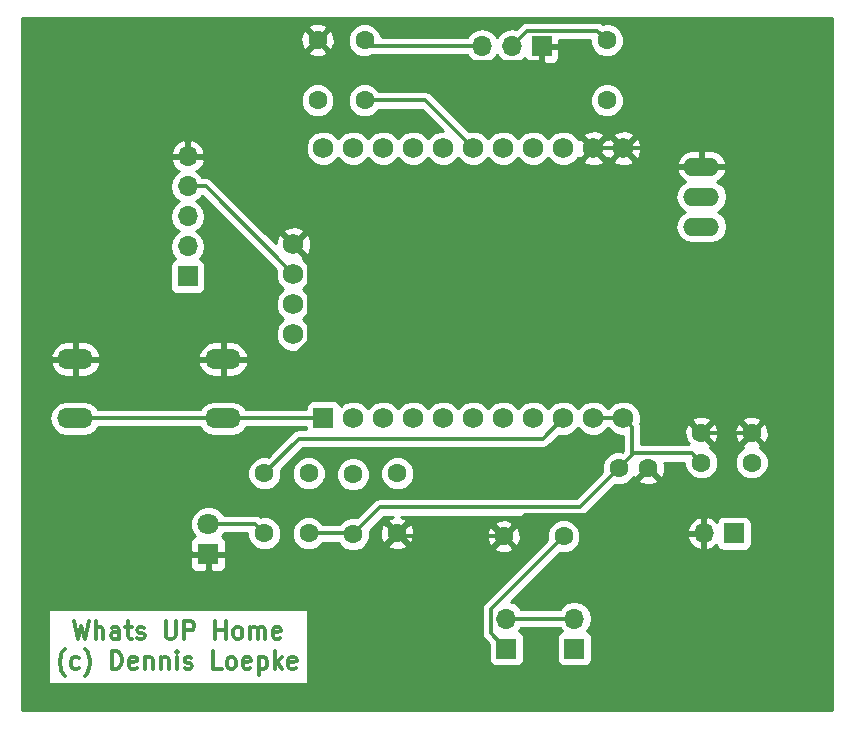
<source format=gbr>
G04 #@! TF.FileFunction,Copper,L1,Top,Signal*
%FSLAX46Y46*%
G04 Gerber Fmt 4.6, Leading zero omitted, Abs format (unit mm)*
G04 Created by KiCad (PCBNEW 4.0.6) date Saturday, 24. June 2017 00:02:07*
%MOMM*%
%LPD*%
G01*
G04 APERTURE LIST*
%ADD10C,0.100000*%
%ADD11C,0.300000*%
%ADD12C,1.600000*%
%ADD13R,1.800000X1.800000*%
%ADD14C,1.800000*%
%ADD15R,1.700000X1.700000*%
%ADD16O,1.700000X1.700000*%
%ADD17O,3.048000X1.727200*%
%ADD18O,3.048000X1.524000*%
%ADD19R,1.727200X1.727200*%
%ADD20C,1.727200*%
%ADD21C,0.254000*%
G04 APERTURE END LIST*
D10*
D11*
X115098571Y-111753571D02*
X115455714Y-113253571D01*
X115741428Y-112182143D01*
X116027142Y-113253571D01*
X116384285Y-111753571D01*
X116955714Y-113253571D02*
X116955714Y-111753571D01*
X117598571Y-113253571D02*
X117598571Y-112467857D01*
X117527142Y-112325000D01*
X117384285Y-112253571D01*
X117170000Y-112253571D01*
X117027142Y-112325000D01*
X116955714Y-112396429D01*
X118955714Y-113253571D02*
X118955714Y-112467857D01*
X118884285Y-112325000D01*
X118741428Y-112253571D01*
X118455714Y-112253571D01*
X118312857Y-112325000D01*
X118955714Y-113182143D02*
X118812857Y-113253571D01*
X118455714Y-113253571D01*
X118312857Y-113182143D01*
X118241428Y-113039286D01*
X118241428Y-112896429D01*
X118312857Y-112753571D01*
X118455714Y-112682143D01*
X118812857Y-112682143D01*
X118955714Y-112610714D01*
X119455714Y-112253571D02*
X120027143Y-112253571D01*
X119670000Y-111753571D02*
X119670000Y-113039286D01*
X119741428Y-113182143D01*
X119884286Y-113253571D01*
X120027143Y-113253571D01*
X120455714Y-113182143D02*
X120598571Y-113253571D01*
X120884286Y-113253571D01*
X121027143Y-113182143D01*
X121098571Y-113039286D01*
X121098571Y-112967857D01*
X121027143Y-112825000D01*
X120884286Y-112753571D01*
X120670000Y-112753571D01*
X120527143Y-112682143D01*
X120455714Y-112539286D01*
X120455714Y-112467857D01*
X120527143Y-112325000D01*
X120670000Y-112253571D01*
X120884286Y-112253571D01*
X121027143Y-112325000D01*
X122884286Y-111753571D02*
X122884286Y-112967857D01*
X122955714Y-113110714D01*
X123027143Y-113182143D01*
X123170000Y-113253571D01*
X123455714Y-113253571D01*
X123598572Y-113182143D01*
X123670000Y-113110714D01*
X123741429Y-112967857D01*
X123741429Y-111753571D01*
X124455715Y-113253571D02*
X124455715Y-111753571D01*
X125027143Y-111753571D01*
X125170001Y-111825000D01*
X125241429Y-111896429D01*
X125312858Y-112039286D01*
X125312858Y-112253571D01*
X125241429Y-112396429D01*
X125170001Y-112467857D01*
X125027143Y-112539286D01*
X124455715Y-112539286D01*
X127098572Y-113253571D02*
X127098572Y-111753571D01*
X127098572Y-112467857D02*
X127955715Y-112467857D01*
X127955715Y-113253571D02*
X127955715Y-111753571D01*
X128884287Y-113253571D02*
X128741429Y-113182143D01*
X128670001Y-113110714D01*
X128598572Y-112967857D01*
X128598572Y-112539286D01*
X128670001Y-112396429D01*
X128741429Y-112325000D01*
X128884287Y-112253571D01*
X129098572Y-112253571D01*
X129241429Y-112325000D01*
X129312858Y-112396429D01*
X129384287Y-112539286D01*
X129384287Y-112967857D01*
X129312858Y-113110714D01*
X129241429Y-113182143D01*
X129098572Y-113253571D01*
X128884287Y-113253571D01*
X130027144Y-113253571D02*
X130027144Y-112253571D01*
X130027144Y-112396429D02*
X130098572Y-112325000D01*
X130241430Y-112253571D01*
X130455715Y-112253571D01*
X130598572Y-112325000D01*
X130670001Y-112467857D01*
X130670001Y-113253571D01*
X130670001Y-112467857D02*
X130741430Y-112325000D01*
X130884287Y-112253571D01*
X131098572Y-112253571D01*
X131241430Y-112325000D01*
X131312858Y-112467857D01*
X131312858Y-113253571D01*
X132598572Y-113182143D02*
X132455715Y-113253571D01*
X132170001Y-113253571D01*
X132027144Y-113182143D01*
X131955715Y-113039286D01*
X131955715Y-112467857D01*
X132027144Y-112325000D01*
X132170001Y-112253571D01*
X132455715Y-112253571D01*
X132598572Y-112325000D01*
X132670001Y-112467857D01*
X132670001Y-112610714D01*
X131955715Y-112753571D01*
X114348571Y-116375000D02*
X114277143Y-116303571D01*
X114134286Y-116089286D01*
X114062857Y-115946429D01*
X113991428Y-115732143D01*
X113920000Y-115375000D01*
X113920000Y-115089286D01*
X113991428Y-114732143D01*
X114062857Y-114517857D01*
X114134286Y-114375000D01*
X114277143Y-114160714D01*
X114348571Y-114089286D01*
X115562857Y-115732143D02*
X115420000Y-115803571D01*
X115134286Y-115803571D01*
X114991428Y-115732143D01*
X114920000Y-115660714D01*
X114848571Y-115517857D01*
X114848571Y-115089286D01*
X114920000Y-114946429D01*
X114991428Y-114875000D01*
X115134286Y-114803571D01*
X115420000Y-114803571D01*
X115562857Y-114875000D01*
X116062857Y-116375000D02*
X116134285Y-116303571D01*
X116277142Y-116089286D01*
X116348571Y-115946429D01*
X116420000Y-115732143D01*
X116491428Y-115375000D01*
X116491428Y-115089286D01*
X116420000Y-114732143D01*
X116348571Y-114517857D01*
X116277142Y-114375000D01*
X116134285Y-114160714D01*
X116062857Y-114089286D01*
X118348571Y-115803571D02*
X118348571Y-114303571D01*
X118705714Y-114303571D01*
X118919999Y-114375000D01*
X119062857Y-114517857D01*
X119134285Y-114660714D01*
X119205714Y-114946429D01*
X119205714Y-115160714D01*
X119134285Y-115446429D01*
X119062857Y-115589286D01*
X118919999Y-115732143D01*
X118705714Y-115803571D01*
X118348571Y-115803571D01*
X120419999Y-115732143D02*
X120277142Y-115803571D01*
X119991428Y-115803571D01*
X119848571Y-115732143D01*
X119777142Y-115589286D01*
X119777142Y-115017857D01*
X119848571Y-114875000D01*
X119991428Y-114803571D01*
X120277142Y-114803571D01*
X120419999Y-114875000D01*
X120491428Y-115017857D01*
X120491428Y-115160714D01*
X119777142Y-115303571D01*
X121134285Y-114803571D02*
X121134285Y-115803571D01*
X121134285Y-114946429D02*
X121205713Y-114875000D01*
X121348571Y-114803571D01*
X121562856Y-114803571D01*
X121705713Y-114875000D01*
X121777142Y-115017857D01*
X121777142Y-115803571D01*
X122491428Y-114803571D02*
X122491428Y-115803571D01*
X122491428Y-114946429D02*
X122562856Y-114875000D01*
X122705714Y-114803571D01*
X122919999Y-114803571D01*
X123062856Y-114875000D01*
X123134285Y-115017857D01*
X123134285Y-115803571D01*
X123848571Y-115803571D02*
X123848571Y-114803571D01*
X123848571Y-114303571D02*
X123777142Y-114375000D01*
X123848571Y-114446429D01*
X123919999Y-114375000D01*
X123848571Y-114303571D01*
X123848571Y-114446429D01*
X124491428Y-115732143D02*
X124634285Y-115803571D01*
X124920000Y-115803571D01*
X125062857Y-115732143D01*
X125134285Y-115589286D01*
X125134285Y-115517857D01*
X125062857Y-115375000D01*
X124920000Y-115303571D01*
X124705714Y-115303571D01*
X124562857Y-115232143D01*
X124491428Y-115089286D01*
X124491428Y-115017857D01*
X124562857Y-114875000D01*
X124705714Y-114803571D01*
X124920000Y-114803571D01*
X125062857Y-114875000D01*
X127634286Y-115803571D02*
X126920000Y-115803571D01*
X126920000Y-114303571D01*
X128348572Y-115803571D02*
X128205714Y-115732143D01*
X128134286Y-115660714D01*
X128062857Y-115517857D01*
X128062857Y-115089286D01*
X128134286Y-114946429D01*
X128205714Y-114875000D01*
X128348572Y-114803571D01*
X128562857Y-114803571D01*
X128705714Y-114875000D01*
X128777143Y-114946429D01*
X128848572Y-115089286D01*
X128848572Y-115517857D01*
X128777143Y-115660714D01*
X128705714Y-115732143D01*
X128562857Y-115803571D01*
X128348572Y-115803571D01*
X130062857Y-115732143D02*
X129920000Y-115803571D01*
X129634286Y-115803571D01*
X129491429Y-115732143D01*
X129420000Y-115589286D01*
X129420000Y-115017857D01*
X129491429Y-114875000D01*
X129634286Y-114803571D01*
X129920000Y-114803571D01*
X130062857Y-114875000D01*
X130134286Y-115017857D01*
X130134286Y-115160714D01*
X129420000Y-115303571D01*
X130777143Y-114803571D02*
X130777143Y-116303571D01*
X130777143Y-114875000D02*
X130920000Y-114803571D01*
X131205714Y-114803571D01*
X131348571Y-114875000D01*
X131420000Y-114946429D01*
X131491429Y-115089286D01*
X131491429Y-115517857D01*
X131420000Y-115660714D01*
X131348571Y-115732143D01*
X131205714Y-115803571D01*
X130920000Y-115803571D01*
X130777143Y-115732143D01*
X132134286Y-115803571D02*
X132134286Y-114303571D01*
X132277143Y-115232143D02*
X132705714Y-115803571D01*
X132705714Y-114803571D02*
X132134286Y-115375000D01*
X133920000Y-115732143D02*
X133777143Y-115803571D01*
X133491429Y-115803571D01*
X133348572Y-115732143D01*
X133277143Y-115589286D01*
X133277143Y-115017857D01*
X133348572Y-114875000D01*
X133491429Y-114803571D01*
X133777143Y-114803571D01*
X133920000Y-114875000D01*
X133991429Y-115017857D01*
X133991429Y-115160714D01*
X133277143Y-115303571D01*
D12*
X139745000Y-62575000D03*
X139745000Y-67655000D03*
X172495000Y-98325000D03*
X172495000Y-95825000D03*
X168245000Y-98325000D03*
X168245000Y-95825000D03*
X163745000Y-98825000D03*
X161245000Y-98825000D03*
D13*
X126495000Y-106075000D03*
D14*
X126495000Y-103535000D03*
D15*
X170995000Y-104325000D03*
D16*
X168455000Y-104325000D03*
D15*
X124745000Y-82575000D03*
D16*
X124745000Y-80035000D03*
X124745000Y-77495000D03*
X124745000Y-74955000D03*
X124745000Y-72415000D03*
D15*
X151745000Y-114075000D03*
D16*
X151745000Y-111535000D03*
D15*
X157495000Y-114075000D03*
D16*
X157495000Y-111535000D03*
D15*
X154745000Y-63075000D03*
D16*
X152205000Y-63075000D03*
X149665000Y-63075000D03*
D12*
X131245000Y-104325000D03*
X131245000Y-99245000D03*
X138745000Y-99325000D03*
X138745000Y-104405000D03*
X134995000Y-104325000D03*
X134995000Y-99245000D03*
X135745000Y-62575000D03*
X135745000Y-67655000D03*
X151495000Y-104575000D03*
X156575000Y-104575000D03*
X142495000Y-104325000D03*
X142495000Y-99245000D03*
X160245000Y-62575000D03*
X160245000Y-67655000D03*
D17*
X115245000Y-94575000D03*
X115245000Y-89575000D03*
X127745000Y-94575000D03*
X127745000Y-89575000D03*
D18*
X168245000Y-73285000D03*
X168245000Y-75825000D03*
X168245000Y-78365000D03*
D19*
X136245000Y-94575000D03*
D20*
X138785000Y-94575000D03*
X141325000Y-94575000D03*
X143865000Y-94575000D03*
X146405000Y-94575000D03*
X148945000Y-94575000D03*
X151485000Y-94575000D03*
X154025000Y-94575000D03*
X156565000Y-94575000D03*
X159105000Y-94575000D03*
X161645000Y-94575000D03*
X161645000Y-71715000D03*
X159105000Y-71715000D03*
X156565000Y-71715000D03*
X154025000Y-71715000D03*
X151485000Y-71715000D03*
X148945000Y-71715000D03*
X146405000Y-71715000D03*
X143865000Y-71715000D03*
X141325000Y-71715000D03*
X138785000Y-71715000D03*
X136245000Y-71715000D03*
X133705000Y-79843000D03*
X133705000Y-82383000D03*
X133705000Y-84923000D03*
X133705000Y-87463000D03*
D11*
X161645000Y-94575000D02*
X159105000Y-94575000D01*
X140245000Y-63075000D02*
X139745000Y-62575000D01*
X149665000Y-63075000D02*
X140245000Y-63075000D01*
X157495000Y-111535000D02*
X151745000Y-111535000D01*
X138665000Y-104325000D02*
X138745000Y-104405000D01*
X134995000Y-104325000D02*
X138665000Y-104325000D01*
X157941400Y-102128600D02*
X161245000Y-98825000D01*
X141021400Y-102128600D02*
X157941400Y-102128600D01*
X138745000Y-104405000D02*
X141021400Y-102128600D01*
X167464000Y-97544000D02*
X168245000Y-98325000D01*
X162360600Y-97544000D02*
X167464000Y-97544000D01*
X162360600Y-97709400D02*
X162360600Y-97544000D01*
X161245000Y-98825000D02*
X162360600Y-97709400D01*
X162360600Y-95290600D02*
X161645000Y-94575000D01*
X162360600Y-97544000D02*
X162360600Y-95290600D01*
X144885000Y-67655000D02*
X139745000Y-67655000D01*
X148945000Y-71715000D02*
X144885000Y-67655000D01*
X159105000Y-71715000D02*
X161645000Y-71715000D01*
X167887300Y-71715000D02*
X168245000Y-72072700D01*
X161645000Y-71715000D02*
X167887300Y-71715000D01*
X168245000Y-73285000D02*
X168245000Y-72072700D01*
X168245000Y-95825000D02*
X172495000Y-95825000D01*
X140995000Y-106075000D02*
X142495000Y-104575000D01*
X126495000Y-106075000D02*
X140995000Y-106075000D01*
X142495000Y-104575000D02*
X142495000Y-104325000D01*
X142495000Y-104575000D02*
X151495000Y-104575000D01*
X159841000Y-102729000D02*
X163745000Y-98825000D01*
X153341000Y-102729000D02*
X159841000Y-102729000D01*
X151495000Y-104575000D02*
X153341000Y-102729000D01*
X133465800Y-89575000D02*
X127745000Y-89575000D01*
X135026100Y-88014700D02*
X133465800Y-89575000D01*
X135026100Y-81164100D02*
X135026100Y-88014700D01*
X133705000Y-79843000D02*
X135026100Y-81164100D01*
X137583700Y-64413700D02*
X135745000Y-62575000D01*
X153969800Y-64413700D02*
X137583700Y-64413700D01*
X154008200Y-64375300D02*
X153969800Y-64413700D01*
X154745000Y-64375300D02*
X154008200Y-64375300D01*
X153969800Y-66579800D02*
X159105000Y-71715000D01*
X153969800Y-64413700D02*
X153969800Y-66579800D01*
X154745000Y-63075000D02*
X154745000Y-64375300D01*
X130455000Y-103535000D02*
X131245000Y-104325000D01*
X126495000Y-103535000D02*
X130455000Y-103535000D01*
X126277000Y-74955000D02*
X124745000Y-74955000D01*
X133705000Y-82383000D02*
X126277000Y-74955000D01*
X150437900Y-110712100D02*
X156575000Y-104575000D01*
X150437900Y-112767900D02*
X150437900Y-110712100D01*
X151745000Y-114075000D02*
X150437900Y-112767900D01*
X159444600Y-61774600D02*
X160245000Y-62575000D01*
X153505400Y-61774600D02*
X159444600Y-61774600D01*
X152205000Y-63075000D02*
X153505400Y-61774600D01*
X134176300Y-96313700D02*
X131245000Y-99245000D01*
X154826300Y-96313700D02*
X134176300Y-96313700D01*
X156565000Y-94575000D02*
X154826300Y-96313700D01*
X127745000Y-94575000D02*
X136245000Y-94575000D01*
X115245000Y-94575000D02*
X127745000Y-94575000D01*
D21*
G36*
X179290000Y-119290000D02*
X110710000Y-119290000D01*
X110710000Y-110740000D01*
X112927857Y-110740000D01*
X112927857Y-117110000D01*
X134912143Y-117110000D01*
X134912143Y-110740000D01*
X112927857Y-110740000D01*
X110710000Y-110740000D01*
X110710000Y-110712100D01*
X149652900Y-110712100D01*
X149652900Y-112767900D01*
X149712655Y-113068307D01*
X149882821Y-113322979D01*
X150247560Y-113687718D01*
X150247560Y-114925000D01*
X150291838Y-115160317D01*
X150430910Y-115376441D01*
X150643110Y-115521431D01*
X150895000Y-115572440D01*
X152595000Y-115572440D01*
X152830317Y-115528162D01*
X153046441Y-115389090D01*
X153191431Y-115176890D01*
X153242440Y-114925000D01*
X153242440Y-113225000D01*
X153198162Y-112989683D01*
X153059090Y-112773559D01*
X152846890Y-112628569D01*
X152779459Y-112614914D01*
X152824147Y-112585054D01*
X153001250Y-112320000D01*
X156238750Y-112320000D01*
X156415853Y-112585054D01*
X156457452Y-112612850D01*
X156409683Y-112621838D01*
X156193559Y-112760910D01*
X156048569Y-112973110D01*
X155997560Y-113225000D01*
X155997560Y-114925000D01*
X156041838Y-115160317D01*
X156180910Y-115376441D01*
X156393110Y-115521431D01*
X156645000Y-115572440D01*
X158345000Y-115572440D01*
X158580317Y-115528162D01*
X158796441Y-115389090D01*
X158941431Y-115176890D01*
X158992440Y-114925000D01*
X158992440Y-113225000D01*
X158948162Y-112989683D01*
X158809090Y-112773559D01*
X158596890Y-112628569D01*
X158529459Y-112614914D01*
X158574147Y-112585054D01*
X158896054Y-112103285D01*
X159009093Y-111535000D01*
X158896054Y-110966715D01*
X158574147Y-110484946D01*
X158092378Y-110163039D01*
X157524093Y-110050000D01*
X157465907Y-110050000D01*
X156897622Y-110163039D01*
X156415853Y-110484946D01*
X156238750Y-110750000D01*
X153001250Y-110750000D01*
X152824147Y-110484946D01*
X152342378Y-110163039D01*
X152137810Y-110122348D01*
X156261528Y-105998630D01*
X156288309Y-106009750D01*
X156859187Y-106010248D01*
X157386800Y-105792243D01*
X157790824Y-105388923D01*
X158009750Y-104861691D01*
X158009906Y-104681892D01*
X167013514Y-104681892D01*
X167259817Y-105206358D01*
X167688076Y-105596645D01*
X168098110Y-105766476D01*
X168328000Y-105645155D01*
X168328000Y-104452000D01*
X167134181Y-104452000D01*
X167013514Y-104681892D01*
X158009906Y-104681892D01*
X158010248Y-104290813D01*
X157876910Y-103968108D01*
X167013514Y-103968108D01*
X167134181Y-104198000D01*
X168328000Y-104198000D01*
X168328000Y-103004845D01*
X168582000Y-103004845D01*
X168582000Y-104198000D01*
X168602000Y-104198000D01*
X168602000Y-104452000D01*
X168582000Y-104452000D01*
X168582000Y-105645155D01*
X168811890Y-105766476D01*
X169221924Y-105596645D01*
X169524937Y-105320499D01*
X169541838Y-105410317D01*
X169680910Y-105626441D01*
X169893110Y-105771431D01*
X170145000Y-105822440D01*
X171845000Y-105822440D01*
X172080317Y-105778162D01*
X172296441Y-105639090D01*
X172441431Y-105426890D01*
X172492440Y-105175000D01*
X172492440Y-103475000D01*
X172448162Y-103239683D01*
X172309090Y-103023559D01*
X172096890Y-102878569D01*
X171845000Y-102827560D01*
X170145000Y-102827560D01*
X169909683Y-102871838D01*
X169693559Y-103010910D01*
X169548569Y-103223110D01*
X169526699Y-103331107D01*
X169221924Y-103053355D01*
X168811890Y-102883524D01*
X168582000Y-103004845D01*
X168328000Y-103004845D01*
X168098110Y-102883524D01*
X167688076Y-103053355D01*
X167259817Y-103443642D01*
X167013514Y-103968108D01*
X157876910Y-103968108D01*
X157792243Y-103763200D01*
X157388923Y-103359176D01*
X156861691Y-103140250D01*
X156290813Y-103139752D01*
X155763200Y-103357757D01*
X155359176Y-103761077D01*
X155140250Y-104288309D01*
X155139752Y-104859187D01*
X155151711Y-104888131D01*
X149882821Y-110157021D01*
X149712655Y-110411693D01*
X149712655Y-110411694D01*
X149652900Y-110712100D01*
X110710000Y-110712100D01*
X110710000Y-106360750D01*
X124960000Y-106360750D01*
X124960000Y-107101309D01*
X125056673Y-107334698D01*
X125235301Y-107513327D01*
X125468690Y-107610000D01*
X126209250Y-107610000D01*
X126368000Y-107451250D01*
X126368000Y-106202000D01*
X126622000Y-106202000D01*
X126622000Y-107451250D01*
X126780750Y-107610000D01*
X127521310Y-107610000D01*
X127754699Y-107513327D01*
X127933327Y-107334698D01*
X128030000Y-107101309D01*
X128030000Y-106360750D01*
X127871250Y-106202000D01*
X126622000Y-106202000D01*
X126368000Y-106202000D01*
X125118750Y-106202000D01*
X124960000Y-106360750D01*
X110710000Y-106360750D01*
X110710000Y-103838991D01*
X124959735Y-103838991D01*
X125192932Y-104403371D01*
X125370092Y-104580841D01*
X125235301Y-104636673D01*
X125056673Y-104815302D01*
X124960000Y-105048691D01*
X124960000Y-105789250D01*
X125118750Y-105948000D01*
X126368000Y-105948000D01*
X126368000Y-105928000D01*
X126622000Y-105928000D01*
X126622000Y-105948000D01*
X127871250Y-105948000D01*
X128030000Y-105789250D01*
X128030000Y-105048691D01*
X127933327Y-104815302D01*
X127754699Y-104636673D01*
X127620006Y-104580881D01*
X127795551Y-104405643D01*
X127831113Y-104320000D01*
X129810004Y-104320000D01*
X129809752Y-104609187D01*
X130027757Y-105136800D01*
X130431077Y-105540824D01*
X130958309Y-105759750D01*
X131529187Y-105760248D01*
X132056800Y-105542243D01*
X132460824Y-105138923D01*
X132679750Y-104611691D01*
X132680248Y-104040813D01*
X132462243Y-103513200D01*
X132058923Y-103109176D01*
X131531691Y-102890250D01*
X130960813Y-102889752D01*
X130907870Y-102911627D01*
X130755407Y-102809755D01*
X130455000Y-102750000D01*
X127831516Y-102750000D01*
X127797068Y-102666629D01*
X127365643Y-102234449D01*
X126801670Y-102000267D01*
X126191009Y-101999735D01*
X125626629Y-102232932D01*
X125194449Y-102664357D01*
X124960267Y-103228330D01*
X124959735Y-103838991D01*
X110710000Y-103838991D01*
X110710000Y-94575000D01*
X113043703Y-94575000D01*
X113157777Y-95148489D01*
X113482633Y-95634670D01*
X113968814Y-95959526D01*
X114542303Y-96073600D01*
X115947697Y-96073600D01*
X116521186Y-95959526D01*
X117007367Y-95634670D01*
X117190896Y-95360000D01*
X125799104Y-95360000D01*
X125982633Y-95634670D01*
X126468814Y-95959526D01*
X127042303Y-96073600D01*
X128447697Y-96073600D01*
X129021186Y-95959526D01*
X129507367Y-95634670D01*
X129690896Y-95360000D01*
X134733960Y-95360000D01*
X134733960Y-95438600D01*
X134750914Y-95528700D01*
X134176300Y-95528700D01*
X133875893Y-95588455D01*
X133621221Y-95758621D01*
X131558472Y-97821370D01*
X131531691Y-97810250D01*
X130960813Y-97809752D01*
X130433200Y-98027757D01*
X130029176Y-98431077D01*
X129810250Y-98958309D01*
X129809752Y-99529187D01*
X130027757Y-100056800D01*
X130431077Y-100460824D01*
X130958309Y-100679750D01*
X131529187Y-100680248D01*
X132056800Y-100462243D01*
X132460824Y-100058923D01*
X132679750Y-99531691D01*
X132679752Y-99529187D01*
X133559752Y-99529187D01*
X133777757Y-100056800D01*
X134181077Y-100460824D01*
X134708309Y-100679750D01*
X135279187Y-100680248D01*
X135806800Y-100462243D01*
X136210824Y-100058923D01*
X136397570Y-99609187D01*
X137309752Y-99609187D01*
X137527757Y-100136800D01*
X137931077Y-100540824D01*
X138458309Y-100759750D01*
X139029187Y-100760248D01*
X139556800Y-100542243D01*
X139960824Y-100138923D01*
X140179750Y-99611691D01*
X140179821Y-99529187D01*
X141059752Y-99529187D01*
X141277757Y-100056800D01*
X141681077Y-100460824D01*
X142208309Y-100679750D01*
X142779187Y-100680248D01*
X143306800Y-100462243D01*
X143710824Y-100058923D01*
X143929750Y-99531691D01*
X143930248Y-98960813D01*
X143712243Y-98433200D01*
X143308923Y-98029176D01*
X142781691Y-97810250D01*
X142210813Y-97809752D01*
X141683200Y-98027757D01*
X141279176Y-98431077D01*
X141060250Y-98958309D01*
X141059752Y-99529187D01*
X140179821Y-99529187D01*
X140180248Y-99040813D01*
X139962243Y-98513200D01*
X139558923Y-98109176D01*
X139031691Y-97890250D01*
X138460813Y-97889752D01*
X137933200Y-98107757D01*
X137529176Y-98511077D01*
X137310250Y-99038309D01*
X137309752Y-99609187D01*
X136397570Y-99609187D01*
X136429750Y-99531691D01*
X136430248Y-98960813D01*
X136212243Y-98433200D01*
X135808923Y-98029176D01*
X135281691Y-97810250D01*
X134710813Y-97809752D01*
X134183200Y-98027757D01*
X133779176Y-98431077D01*
X133560250Y-98958309D01*
X133559752Y-99529187D01*
X132679752Y-99529187D01*
X132680248Y-98960813D01*
X132668289Y-98931869D01*
X134501458Y-97098700D01*
X154826300Y-97098700D01*
X155126707Y-97038945D01*
X155381379Y-96868779D01*
X156202868Y-96047290D01*
X156265602Y-96073339D01*
X156861782Y-96073859D01*
X157412780Y-95846192D01*
X157834710Y-95424997D01*
X157835095Y-95424069D01*
X158255003Y-95844710D01*
X158805602Y-96073339D01*
X159401782Y-96073859D01*
X159952780Y-95846192D01*
X160374710Y-95424997D01*
X160375095Y-95424069D01*
X160795003Y-95844710D01*
X161345602Y-96073339D01*
X161575600Y-96073540D01*
X161575600Y-97384242D01*
X161558472Y-97401370D01*
X161531691Y-97390250D01*
X160960813Y-97389752D01*
X160433200Y-97607757D01*
X160029176Y-98011077D01*
X159810250Y-98538309D01*
X159809752Y-99109187D01*
X159821711Y-99138131D01*
X157616242Y-101343600D01*
X141021400Y-101343600D01*
X140720994Y-101403355D01*
X140466321Y-101573521D01*
X139058472Y-102981370D01*
X139031691Y-102970250D01*
X138460813Y-102969752D01*
X137933200Y-103187757D01*
X137580342Y-103540000D01*
X136223317Y-103540000D01*
X136212243Y-103513200D01*
X135808923Y-103109176D01*
X135281691Y-102890250D01*
X134710813Y-102889752D01*
X134183200Y-103107757D01*
X133779176Y-103511077D01*
X133560250Y-104038309D01*
X133559752Y-104609187D01*
X133777757Y-105136800D01*
X134181077Y-105540824D01*
X134708309Y-105759750D01*
X135279187Y-105760248D01*
X135806800Y-105542243D01*
X136210824Y-105138923D01*
X136222834Y-105110000D01*
X137483628Y-105110000D01*
X137527757Y-105216800D01*
X137931077Y-105620824D01*
X138458309Y-105839750D01*
X139029187Y-105840248D01*
X139556800Y-105622243D01*
X139846803Y-105332745D01*
X141666861Y-105332745D01*
X141740995Y-105578864D01*
X142278223Y-105771965D01*
X142848454Y-105744778D01*
X143239635Y-105582745D01*
X150666861Y-105582745D01*
X150740995Y-105828864D01*
X151278223Y-106021965D01*
X151848454Y-105994778D01*
X152249005Y-105828864D01*
X152323139Y-105582745D01*
X151495000Y-104754605D01*
X150666861Y-105582745D01*
X143239635Y-105582745D01*
X143249005Y-105578864D01*
X143323139Y-105332745D01*
X142495000Y-104504605D01*
X141666861Y-105332745D01*
X139846803Y-105332745D01*
X139960824Y-105218923D01*
X140179750Y-104691691D01*
X140180248Y-104120813D01*
X140175047Y-104108223D01*
X141048035Y-104108223D01*
X141075222Y-104678454D01*
X141241136Y-105079005D01*
X141487255Y-105153139D01*
X142315395Y-104325000D01*
X142674605Y-104325000D01*
X143502745Y-105153139D01*
X143748864Y-105079005D01*
X143941965Y-104541777D01*
X143933214Y-104358223D01*
X150048035Y-104358223D01*
X150075222Y-104928454D01*
X150241136Y-105329005D01*
X150487255Y-105403139D01*
X151315395Y-104575000D01*
X151674605Y-104575000D01*
X152502745Y-105403139D01*
X152748864Y-105329005D01*
X152941965Y-104791777D01*
X152914778Y-104221546D01*
X152748864Y-103820995D01*
X152502745Y-103746861D01*
X151674605Y-104575000D01*
X151315395Y-104575000D01*
X150487255Y-103746861D01*
X150241136Y-103820995D01*
X150048035Y-104358223D01*
X143933214Y-104358223D01*
X143914778Y-103971546D01*
X143748864Y-103570995D01*
X143736448Y-103567255D01*
X150666861Y-103567255D01*
X151495000Y-104395395D01*
X152323139Y-103567255D01*
X152249005Y-103321136D01*
X151711777Y-103128035D01*
X151141546Y-103155222D01*
X150740995Y-103321136D01*
X150666861Y-103567255D01*
X143736448Y-103567255D01*
X143502745Y-103496861D01*
X142674605Y-104325000D01*
X142315395Y-104325000D01*
X141487255Y-103496861D01*
X141241136Y-103570995D01*
X141048035Y-104108223D01*
X140175047Y-104108223D01*
X140168289Y-104091869D01*
X141346558Y-102913600D01*
X142121320Y-102913600D01*
X141740995Y-103071136D01*
X141666861Y-103317255D01*
X142495000Y-104145395D01*
X143323139Y-103317255D01*
X143249005Y-103071136D01*
X142810723Y-102913600D01*
X157941400Y-102913600D01*
X158241807Y-102853845D01*
X158496479Y-102683679D01*
X160931528Y-100248630D01*
X160958309Y-100259750D01*
X161529187Y-100260248D01*
X162056800Y-100042243D01*
X162266663Y-99832745D01*
X162916861Y-99832745D01*
X162990995Y-100078864D01*
X163528223Y-100271965D01*
X164098454Y-100244778D01*
X164499005Y-100078864D01*
X164573139Y-99832745D01*
X163745000Y-99004605D01*
X162916861Y-99832745D01*
X162266663Y-99832745D01*
X162460824Y-99638923D01*
X162488423Y-99572456D01*
X162491136Y-99579005D01*
X162737255Y-99653139D01*
X163565395Y-98825000D01*
X163551252Y-98810858D01*
X163730858Y-98631253D01*
X163745000Y-98645395D01*
X163759143Y-98631253D01*
X163938748Y-98810858D01*
X163924605Y-98825000D01*
X164752745Y-99653139D01*
X164998864Y-99579005D01*
X165191965Y-99041777D01*
X165164778Y-98471546D01*
X165105733Y-98329000D01*
X166809996Y-98329000D01*
X166809752Y-98609187D01*
X167027757Y-99136800D01*
X167431077Y-99540824D01*
X167958309Y-99759750D01*
X168529187Y-99760248D01*
X169056800Y-99542243D01*
X169460824Y-99138923D01*
X169679750Y-98611691D01*
X169679752Y-98609187D01*
X171059752Y-98609187D01*
X171277757Y-99136800D01*
X171681077Y-99540824D01*
X172208309Y-99759750D01*
X172779187Y-99760248D01*
X173306800Y-99542243D01*
X173710824Y-99138923D01*
X173929750Y-98611691D01*
X173930248Y-98040813D01*
X173712243Y-97513200D01*
X173308923Y-97109176D01*
X173242456Y-97081577D01*
X173249005Y-97078864D01*
X173323139Y-96832745D01*
X172495000Y-96004605D01*
X171666861Y-96832745D01*
X171740995Y-97078864D01*
X171747483Y-97081196D01*
X171683200Y-97107757D01*
X171279176Y-97511077D01*
X171060250Y-98038309D01*
X171059752Y-98609187D01*
X169679752Y-98609187D01*
X169680248Y-98040813D01*
X169462243Y-97513200D01*
X169058923Y-97109176D01*
X168992456Y-97081577D01*
X168999005Y-97078864D01*
X169073139Y-96832745D01*
X168245000Y-96004605D01*
X168230858Y-96018748D01*
X168051252Y-95839142D01*
X168065395Y-95825000D01*
X168424605Y-95825000D01*
X169252745Y-96653139D01*
X169498864Y-96579005D01*
X169691965Y-96041777D01*
X169671295Y-95608223D01*
X171048035Y-95608223D01*
X171075222Y-96178454D01*
X171241136Y-96579005D01*
X171487255Y-96653139D01*
X172315395Y-95825000D01*
X172674605Y-95825000D01*
X173502745Y-96653139D01*
X173748864Y-96579005D01*
X173941965Y-96041777D01*
X173914778Y-95471546D01*
X173748864Y-95070995D01*
X173502745Y-94996861D01*
X172674605Y-95825000D01*
X172315395Y-95825000D01*
X171487255Y-94996861D01*
X171241136Y-95070995D01*
X171048035Y-95608223D01*
X169671295Y-95608223D01*
X169664778Y-95471546D01*
X169498864Y-95070995D01*
X169252745Y-94996861D01*
X168424605Y-95825000D01*
X168065395Y-95825000D01*
X167237255Y-94996861D01*
X166991136Y-95070995D01*
X166798035Y-95608223D01*
X166825222Y-96178454D01*
X166991136Y-96579005D01*
X167237253Y-96653139D01*
X167131392Y-96759000D01*
X163145600Y-96759000D01*
X163145600Y-95290600D01*
X163113670Y-95130079D01*
X163088893Y-95005518D01*
X163143339Y-94874398D01*
X163143388Y-94817255D01*
X167416861Y-94817255D01*
X168245000Y-95645395D01*
X169073139Y-94817255D01*
X171666861Y-94817255D01*
X172495000Y-95645395D01*
X173323139Y-94817255D01*
X173249005Y-94571136D01*
X172711777Y-94378035D01*
X172141546Y-94405222D01*
X171740995Y-94571136D01*
X171666861Y-94817255D01*
X169073139Y-94817255D01*
X168999005Y-94571136D01*
X168461777Y-94378035D01*
X167891546Y-94405222D01*
X167490995Y-94571136D01*
X167416861Y-94817255D01*
X163143388Y-94817255D01*
X163143859Y-94278218D01*
X162916192Y-93727220D01*
X162494997Y-93305290D01*
X161944398Y-93076661D01*
X161348218Y-93076141D01*
X160797220Y-93303808D01*
X160375290Y-93725003D01*
X160374905Y-93725931D01*
X159954997Y-93305290D01*
X159404398Y-93076661D01*
X158808218Y-93076141D01*
X158257220Y-93303808D01*
X157835290Y-93725003D01*
X157834905Y-93725931D01*
X157414997Y-93305290D01*
X156864398Y-93076661D01*
X156268218Y-93076141D01*
X155717220Y-93303808D01*
X155295290Y-93725003D01*
X155294905Y-93725931D01*
X154874997Y-93305290D01*
X154324398Y-93076661D01*
X153728218Y-93076141D01*
X153177220Y-93303808D01*
X152755290Y-93725003D01*
X152754905Y-93725931D01*
X152334997Y-93305290D01*
X151784398Y-93076661D01*
X151188218Y-93076141D01*
X150637220Y-93303808D01*
X150215290Y-93725003D01*
X150214905Y-93725931D01*
X149794997Y-93305290D01*
X149244398Y-93076661D01*
X148648218Y-93076141D01*
X148097220Y-93303808D01*
X147675290Y-93725003D01*
X147674905Y-93725931D01*
X147254997Y-93305290D01*
X146704398Y-93076661D01*
X146108218Y-93076141D01*
X145557220Y-93303808D01*
X145135290Y-93725003D01*
X145134905Y-93725931D01*
X144714997Y-93305290D01*
X144164398Y-93076661D01*
X143568218Y-93076141D01*
X143017220Y-93303808D01*
X142595290Y-93725003D01*
X142594905Y-93725931D01*
X142174997Y-93305290D01*
X141624398Y-93076661D01*
X141028218Y-93076141D01*
X140477220Y-93303808D01*
X140055290Y-93725003D01*
X140054905Y-93725931D01*
X139634997Y-93305290D01*
X139084398Y-93076661D01*
X138488218Y-93076141D01*
X137937220Y-93303808D01*
X137720124Y-93520525D01*
X137711762Y-93476083D01*
X137572690Y-93259959D01*
X137360490Y-93114969D01*
X137108600Y-93063960D01*
X135381400Y-93063960D01*
X135146083Y-93108238D01*
X134929959Y-93247310D01*
X134784969Y-93459510D01*
X134733960Y-93711400D01*
X134733960Y-93790000D01*
X129690896Y-93790000D01*
X129507367Y-93515330D01*
X129021186Y-93190474D01*
X128447697Y-93076400D01*
X127042303Y-93076400D01*
X126468814Y-93190474D01*
X125982633Y-93515330D01*
X125799104Y-93790000D01*
X117190896Y-93790000D01*
X117007367Y-93515330D01*
X116521186Y-93190474D01*
X115947697Y-93076400D01*
X114542303Y-93076400D01*
X113968814Y-93190474D01*
X113482633Y-93515330D01*
X113157777Y-94001511D01*
X113043703Y-94575000D01*
X110710000Y-94575000D01*
X110710000Y-89934026D01*
X113129642Y-89934026D01*
X113151473Y-90031157D01*
X113435127Y-90544868D01*
X113893778Y-90910925D01*
X114457600Y-91073600D01*
X115118000Y-91073600D01*
X115118000Y-89702000D01*
X115372000Y-89702000D01*
X115372000Y-91073600D01*
X116032400Y-91073600D01*
X116596222Y-90910925D01*
X117054873Y-90544868D01*
X117338527Y-90031157D01*
X117360358Y-89934026D01*
X125629642Y-89934026D01*
X125651473Y-90031157D01*
X125935127Y-90544868D01*
X126393778Y-90910925D01*
X126957600Y-91073600D01*
X127618000Y-91073600D01*
X127618000Y-89702000D01*
X127872000Y-89702000D01*
X127872000Y-91073600D01*
X128532400Y-91073600D01*
X129096222Y-90910925D01*
X129554873Y-90544868D01*
X129838527Y-90031157D01*
X129860358Y-89934026D01*
X129739217Y-89702000D01*
X127872000Y-89702000D01*
X127618000Y-89702000D01*
X125750783Y-89702000D01*
X125629642Y-89934026D01*
X117360358Y-89934026D01*
X117239217Y-89702000D01*
X115372000Y-89702000D01*
X115118000Y-89702000D01*
X113250783Y-89702000D01*
X113129642Y-89934026D01*
X110710000Y-89934026D01*
X110710000Y-89215974D01*
X113129642Y-89215974D01*
X113250783Y-89448000D01*
X115118000Y-89448000D01*
X115118000Y-88076400D01*
X115372000Y-88076400D01*
X115372000Y-89448000D01*
X117239217Y-89448000D01*
X117360358Y-89215974D01*
X125629642Y-89215974D01*
X125750783Y-89448000D01*
X127618000Y-89448000D01*
X127618000Y-88076400D01*
X127872000Y-88076400D01*
X127872000Y-89448000D01*
X129739217Y-89448000D01*
X129860358Y-89215974D01*
X129838527Y-89118843D01*
X129554873Y-88605132D01*
X129096222Y-88239075D01*
X128532400Y-88076400D01*
X127872000Y-88076400D01*
X127618000Y-88076400D01*
X126957600Y-88076400D01*
X126393778Y-88239075D01*
X125935127Y-88605132D01*
X125651473Y-89118843D01*
X125629642Y-89215974D01*
X117360358Y-89215974D01*
X117338527Y-89118843D01*
X117054873Y-88605132D01*
X116596222Y-88239075D01*
X116032400Y-88076400D01*
X115372000Y-88076400D01*
X115118000Y-88076400D01*
X114457600Y-88076400D01*
X113893778Y-88239075D01*
X113435127Y-88605132D01*
X113151473Y-89118843D01*
X113129642Y-89215974D01*
X110710000Y-89215974D01*
X110710000Y-74955000D01*
X123230907Y-74955000D01*
X123343946Y-75523285D01*
X123665853Y-76005054D01*
X123995026Y-76225000D01*
X123665853Y-76444946D01*
X123343946Y-76926715D01*
X123230907Y-77495000D01*
X123343946Y-78063285D01*
X123665853Y-78545054D01*
X123995026Y-78765000D01*
X123665853Y-78984946D01*
X123343946Y-79466715D01*
X123230907Y-80035000D01*
X123343946Y-80603285D01*
X123665853Y-81085054D01*
X123707452Y-81112850D01*
X123659683Y-81121838D01*
X123443559Y-81260910D01*
X123298569Y-81473110D01*
X123247560Y-81725000D01*
X123247560Y-83425000D01*
X123291838Y-83660317D01*
X123430910Y-83876441D01*
X123643110Y-84021431D01*
X123895000Y-84072440D01*
X125595000Y-84072440D01*
X125830317Y-84028162D01*
X126046441Y-83889090D01*
X126191431Y-83676890D01*
X126242440Y-83425000D01*
X126242440Y-81725000D01*
X126198162Y-81489683D01*
X126059090Y-81273559D01*
X125846890Y-81128569D01*
X125779459Y-81114914D01*
X125824147Y-81085054D01*
X126146054Y-80603285D01*
X126259093Y-80035000D01*
X126146054Y-79466715D01*
X125824147Y-78984946D01*
X125494974Y-78765000D01*
X125824147Y-78545054D01*
X126146054Y-78063285D01*
X126259093Y-77495000D01*
X126146054Y-76926715D01*
X125824147Y-76444946D01*
X125494974Y-76225000D01*
X125824147Y-76005054D01*
X125981460Y-75769618D01*
X132232710Y-82020868D01*
X132206661Y-82083602D01*
X132206141Y-82679782D01*
X132433808Y-83230780D01*
X132855003Y-83652710D01*
X132855931Y-83653095D01*
X132435290Y-84073003D01*
X132206661Y-84623602D01*
X132206141Y-85219782D01*
X132433808Y-85770780D01*
X132855003Y-86192710D01*
X132855931Y-86193095D01*
X132435290Y-86613003D01*
X132206661Y-87163602D01*
X132206141Y-87759782D01*
X132433808Y-88310780D01*
X132855003Y-88732710D01*
X133405602Y-88961339D01*
X134001782Y-88961859D01*
X134552780Y-88734192D01*
X134974710Y-88312997D01*
X135203339Y-87762398D01*
X135203859Y-87166218D01*
X134976192Y-86615220D01*
X134554997Y-86193290D01*
X134554069Y-86192905D01*
X134974710Y-85772997D01*
X135203339Y-85222398D01*
X135203859Y-84626218D01*
X134976192Y-84075220D01*
X134554997Y-83653290D01*
X134554069Y-83652905D01*
X134974710Y-83232997D01*
X135203339Y-82682398D01*
X135203859Y-82086218D01*
X134976192Y-81535220D01*
X134554997Y-81113290D01*
X134514463Y-81096459D01*
X134579200Y-80896805D01*
X133705000Y-80022605D01*
X133690858Y-80036748D01*
X133511253Y-79857143D01*
X133525395Y-79843000D01*
X133884605Y-79843000D01*
X134758805Y-80717200D01*
X135011516Y-80635259D01*
X135215248Y-80074970D01*
X135189058Y-79479365D01*
X135011516Y-79050741D01*
X134758805Y-78968800D01*
X133884605Y-79843000D01*
X133525395Y-79843000D01*
X132651195Y-78968800D01*
X132398484Y-79050741D01*
X132194752Y-79611030D01*
X132201723Y-79769565D01*
X131221353Y-78789195D01*
X132830800Y-78789195D01*
X133705000Y-79663395D01*
X134579200Y-78789195D01*
X134497259Y-78536484D01*
X133936970Y-78332752D01*
X133341365Y-78358942D01*
X132912741Y-78536484D01*
X132830800Y-78789195D01*
X131221353Y-78789195D01*
X128257158Y-75825000D01*
X166043703Y-75825000D01*
X166150043Y-76359609D01*
X166452875Y-76812828D01*
X166875174Y-77095000D01*
X166452875Y-77377172D01*
X166150043Y-77830391D01*
X166043703Y-78365000D01*
X166150043Y-78899609D01*
X166452875Y-79352828D01*
X166906094Y-79655660D01*
X167440703Y-79762000D01*
X169049297Y-79762000D01*
X169583906Y-79655660D01*
X170037125Y-79352828D01*
X170339957Y-78899609D01*
X170446297Y-78365000D01*
X170339957Y-77830391D01*
X170037125Y-77377172D01*
X169614826Y-77095000D01*
X170037125Y-76812828D01*
X170339957Y-76359609D01*
X170446297Y-75825000D01*
X170339957Y-75290391D01*
X170037125Y-74837172D01*
X169599338Y-74544651D01*
X169658941Y-74527059D01*
X170084630Y-74183026D01*
X170346260Y-73702277D01*
X170361220Y-73628070D01*
X170238720Y-73412000D01*
X168372000Y-73412000D01*
X168372000Y-73432000D01*
X168118000Y-73432000D01*
X168118000Y-73412000D01*
X166251280Y-73412000D01*
X166128780Y-73628070D01*
X166143740Y-73702277D01*
X166405370Y-74183026D01*
X166831059Y-74527059D01*
X166890662Y-74544651D01*
X166452875Y-74837172D01*
X166150043Y-75290391D01*
X166043703Y-75825000D01*
X128257158Y-75825000D01*
X126832079Y-74399921D01*
X126577407Y-74229755D01*
X126277000Y-74170000D01*
X126001250Y-74170000D01*
X125824147Y-73904946D01*
X125483447Y-73677298D01*
X125626358Y-73610183D01*
X126016645Y-73181924D01*
X126186476Y-72771890D01*
X126065155Y-72542000D01*
X124872000Y-72542000D01*
X124872000Y-72562000D01*
X124618000Y-72562000D01*
X124618000Y-72542000D01*
X123424845Y-72542000D01*
X123303524Y-72771890D01*
X123473355Y-73181924D01*
X123863642Y-73610183D01*
X124006553Y-73677298D01*
X123665853Y-73904946D01*
X123343946Y-74386715D01*
X123230907Y-74955000D01*
X110710000Y-74955000D01*
X110710000Y-72058110D01*
X123303524Y-72058110D01*
X123424845Y-72288000D01*
X124618000Y-72288000D01*
X124618000Y-71094181D01*
X124872000Y-71094181D01*
X124872000Y-72288000D01*
X126065155Y-72288000D01*
X126186476Y-72058110D01*
X126167288Y-72011782D01*
X134746141Y-72011782D01*
X134973808Y-72562780D01*
X135395003Y-72984710D01*
X135945602Y-73213339D01*
X136541782Y-73213859D01*
X137092780Y-72986192D01*
X137514710Y-72564997D01*
X137515095Y-72564069D01*
X137935003Y-72984710D01*
X138485602Y-73213339D01*
X139081782Y-73213859D01*
X139632780Y-72986192D01*
X140054710Y-72564997D01*
X140055095Y-72564069D01*
X140475003Y-72984710D01*
X141025602Y-73213339D01*
X141621782Y-73213859D01*
X142172780Y-72986192D01*
X142594710Y-72564997D01*
X142595095Y-72564069D01*
X143015003Y-72984710D01*
X143565602Y-73213339D01*
X144161782Y-73213859D01*
X144712780Y-72986192D01*
X145134710Y-72564997D01*
X145135095Y-72564069D01*
X145555003Y-72984710D01*
X146105602Y-73213339D01*
X146701782Y-73213859D01*
X147252780Y-72986192D01*
X147674710Y-72564997D01*
X147675095Y-72564069D01*
X148095003Y-72984710D01*
X148645602Y-73213339D01*
X149241782Y-73213859D01*
X149792780Y-72986192D01*
X150214710Y-72564997D01*
X150215095Y-72564069D01*
X150635003Y-72984710D01*
X151185602Y-73213339D01*
X151781782Y-73213859D01*
X152332780Y-72986192D01*
X152754710Y-72564997D01*
X152755095Y-72564069D01*
X153175003Y-72984710D01*
X153725602Y-73213339D01*
X154321782Y-73213859D01*
X154872780Y-72986192D01*
X155294710Y-72564997D01*
X155295095Y-72564069D01*
X155715003Y-72984710D01*
X156265602Y-73213339D01*
X156861782Y-73213859D01*
X157412780Y-72986192D01*
X157630546Y-72768805D01*
X158230800Y-72768805D01*
X158312741Y-73021516D01*
X158873030Y-73225248D01*
X159468635Y-73199058D01*
X159897259Y-73021516D01*
X159979200Y-72768805D01*
X160770800Y-72768805D01*
X160852741Y-73021516D01*
X161413030Y-73225248D01*
X162008635Y-73199058D01*
X162437259Y-73021516D01*
X162463064Y-72941930D01*
X166128780Y-72941930D01*
X166251280Y-73158000D01*
X168118000Y-73158000D01*
X168118000Y-71888000D01*
X168372000Y-71888000D01*
X168372000Y-73158000D01*
X170238720Y-73158000D01*
X170361220Y-72941930D01*
X170346260Y-72867723D01*
X170084630Y-72386974D01*
X169658941Y-72042941D01*
X169134000Y-71888000D01*
X168372000Y-71888000D01*
X168118000Y-71888000D01*
X167356000Y-71888000D01*
X166831059Y-72042941D01*
X166405370Y-72386974D01*
X166143740Y-72867723D01*
X166128780Y-72941930D01*
X162463064Y-72941930D01*
X162519200Y-72768805D01*
X161645000Y-71894605D01*
X160770800Y-72768805D01*
X159979200Y-72768805D01*
X159105000Y-71894605D01*
X158230800Y-72768805D01*
X157630546Y-72768805D01*
X157834710Y-72564997D01*
X157851541Y-72524463D01*
X158051195Y-72589200D01*
X158925395Y-71715000D01*
X159284605Y-71715000D01*
X160158805Y-72589200D01*
X160375000Y-72519099D01*
X160591195Y-72589200D01*
X161465395Y-71715000D01*
X161824605Y-71715000D01*
X162698805Y-72589200D01*
X162951516Y-72507259D01*
X163155248Y-71946970D01*
X163129058Y-71351365D01*
X162951516Y-70922741D01*
X162698805Y-70840800D01*
X161824605Y-71715000D01*
X161465395Y-71715000D01*
X160591195Y-70840800D01*
X160375000Y-70910901D01*
X160158805Y-70840800D01*
X159284605Y-71715000D01*
X158925395Y-71715000D01*
X158051195Y-70840800D01*
X157851967Y-70905399D01*
X157836192Y-70867220D01*
X157630526Y-70661195D01*
X158230800Y-70661195D01*
X159105000Y-71535395D01*
X159979200Y-70661195D01*
X160770800Y-70661195D01*
X161645000Y-71535395D01*
X162519200Y-70661195D01*
X162437259Y-70408484D01*
X161876970Y-70204752D01*
X161281365Y-70230942D01*
X160852741Y-70408484D01*
X160770800Y-70661195D01*
X159979200Y-70661195D01*
X159897259Y-70408484D01*
X159336970Y-70204752D01*
X158741365Y-70230942D01*
X158312741Y-70408484D01*
X158230800Y-70661195D01*
X157630526Y-70661195D01*
X157414997Y-70445290D01*
X156864398Y-70216661D01*
X156268218Y-70216141D01*
X155717220Y-70443808D01*
X155295290Y-70865003D01*
X155294905Y-70865931D01*
X154874997Y-70445290D01*
X154324398Y-70216661D01*
X153728218Y-70216141D01*
X153177220Y-70443808D01*
X152755290Y-70865003D01*
X152754905Y-70865931D01*
X152334997Y-70445290D01*
X151784398Y-70216661D01*
X151188218Y-70216141D01*
X150637220Y-70443808D01*
X150215290Y-70865003D01*
X150214905Y-70865931D01*
X149794997Y-70445290D01*
X149244398Y-70216661D01*
X148648218Y-70216141D01*
X148583174Y-70243016D01*
X146279345Y-67939187D01*
X158809752Y-67939187D01*
X159027757Y-68466800D01*
X159431077Y-68870824D01*
X159958309Y-69089750D01*
X160529187Y-69090248D01*
X161056800Y-68872243D01*
X161460824Y-68468923D01*
X161679750Y-67941691D01*
X161680248Y-67370813D01*
X161462243Y-66843200D01*
X161058923Y-66439176D01*
X160531691Y-66220250D01*
X159960813Y-66219752D01*
X159433200Y-66437757D01*
X159029176Y-66841077D01*
X158810250Y-67368309D01*
X158809752Y-67939187D01*
X146279345Y-67939187D01*
X145440079Y-67099921D01*
X145185407Y-66929755D01*
X144885000Y-66870000D01*
X140973317Y-66870000D01*
X140962243Y-66843200D01*
X140558923Y-66439176D01*
X140031691Y-66220250D01*
X139460813Y-66219752D01*
X138933200Y-66437757D01*
X138529176Y-66841077D01*
X138310250Y-67368309D01*
X138309752Y-67939187D01*
X138527757Y-68466800D01*
X138931077Y-68870824D01*
X139458309Y-69089750D01*
X140029187Y-69090248D01*
X140556800Y-68872243D01*
X140960824Y-68468923D01*
X140972834Y-68440000D01*
X144559842Y-68440000D01*
X146336182Y-70216340D01*
X146108218Y-70216141D01*
X145557220Y-70443808D01*
X145135290Y-70865003D01*
X145134905Y-70865931D01*
X144714997Y-70445290D01*
X144164398Y-70216661D01*
X143568218Y-70216141D01*
X143017220Y-70443808D01*
X142595290Y-70865003D01*
X142594905Y-70865931D01*
X142174997Y-70445290D01*
X141624398Y-70216661D01*
X141028218Y-70216141D01*
X140477220Y-70443808D01*
X140055290Y-70865003D01*
X140054905Y-70865931D01*
X139634997Y-70445290D01*
X139084398Y-70216661D01*
X138488218Y-70216141D01*
X137937220Y-70443808D01*
X137515290Y-70865003D01*
X137514905Y-70865931D01*
X137094997Y-70445290D01*
X136544398Y-70216661D01*
X135948218Y-70216141D01*
X135397220Y-70443808D01*
X134975290Y-70865003D01*
X134746661Y-71415602D01*
X134746141Y-72011782D01*
X126167288Y-72011782D01*
X126016645Y-71648076D01*
X125626358Y-71219817D01*
X125101892Y-70973514D01*
X124872000Y-71094181D01*
X124618000Y-71094181D01*
X124388108Y-70973514D01*
X123863642Y-71219817D01*
X123473355Y-71648076D01*
X123303524Y-72058110D01*
X110710000Y-72058110D01*
X110710000Y-67939187D01*
X134309752Y-67939187D01*
X134527757Y-68466800D01*
X134931077Y-68870824D01*
X135458309Y-69089750D01*
X136029187Y-69090248D01*
X136556800Y-68872243D01*
X136960824Y-68468923D01*
X137179750Y-67941691D01*
X137180248Y-67370813D01*
X136962243Y-66843200D01*
X136558923Y-66439176D01*
X136031691Y-66220250D01*
X135460813Y-66219752D01*
X134933200Y-66437757D01*
X134529176Y-66841077D01*
X134310250Y-67368309D01*
X134309752Y-67939187D01*
X110710000Y-67939187D01*
X110710000Y-63582745D01*
X134916861Y-63582745D01*
X134990995Y-63828864D01*
X135528223Y-64021965D01*
X136098454Y-63994778D01*
X136499005Y-63828864D01*
X136573139Y-63582745D01*
X135745000Y-62754605D01*
X134916861Y-63582745D01*
X110710000Y-63582745D01*
X110710000Y-62358223D01*
X134298035Y-62358223D01*
X134325222Y-62928454D01*
X134491136Y-63329005D01*
X134737255Y-63403139D01*
X135565395Y-62575000D01*
X135924605Y-62575000D01*
X136752745Y-63403139D01*
X136998864Y-63329005D01*
X137167735Y-62859187D01*
X138309752Y-62859187D01*
X138527757Y-63386800D01*
X138931077Y-63790824D01*
X139458309Y-64009750D01*
X140029187Y-64010248D01*
X140392815Y-63860000D01*
X148418404Y-63860000D01*
X148614946Y-64154147D01*
X149096715Y-64476054D01*
X149665000Y-64589093D01*
X150233285Y-64476054D01*
X150715054Y-64154147D01*
X150935000Y-63824974D01*
X151154946Y-64154147D01*
X151636715Y-64476054D01*
X152205000Y-64589093D01*
X152773285Y-64476054D01*
X153255054Y-64154147D01*
X153284403Y-64110223D01*
X153356673Y-64284698D01*
X153535301Y-64463327D01*
X153768690Y-64560000D01*
X154459250Y-64560000D01*
X154618000Y-64401250D01*
X154618000Y-63202000D01*
X154872000Y-63202000D01*
X154872000Y-64401250D01*
X155030750Y-64560000D01*
X155721310Y-64560000D01*
X155954699Y-64463327D01*
X156133327Y-64284698D01*
X156230000Y-64051309D01*
X156230000Y-63360750D01*
X156071250Y-63202000D01*
X154872000Y-63202000D01*
X154618000Y-63202000D01*
X154598000Y-63202000D01*
X154598000Y-62948000D01*
X154618000Y-62948000D01*
X154618000Y-62928000D01*
X154872000Y-62928000D01*
X154872000Y-62948000D01*
X156071250Y-62948000D01*
X156230000Y-62789250D01*
X156230000Y-62559600D01*
X158810013Y-62559600D01*
X158809752Y-62859187D01*
X159027757Y-63386800D01*
X159431077Y-63790824D01*
X159958309Y-64009750D01*
X160529187Y-64010248D01*
X161056800Y-63792243D01*
X161460824Y-63388923D01*
X161679750Y-62861691D01*
X161680248Y-62290813D01*
X161462243Y-61763200D01*
X161058923Y-61359176D01*
X160531691Y-61140250D01*
X159960813Y-61139752D01*
X159911062Y-61160309D01*
X159745007Y-61049355D01*
X159444600Y-60989600D01*
X153505400Y-60989600D01*
X153204993Y-61049355D01*
X152950321Y-61219521D01*
X152541918Y-61627924D01*
X152205000Y-61560907D01*
X151636715Y-61673946D01*
X151154946Y-61995853D01*
X150935000Y-62325026D01*
X150715054Y-61995853D01*
X150233285Y-61673946D01*
X149665000Y-61560907D01*
X149096715Y-61673946D01*
X148614946Y-61995853D01*
X148418404Y-62290000D01*
X141179912Y-62290000D01*
X140962243Y-61763200D01*
X140558923Y-61359176D01*
X140031691Y-61140250D01*
X139460813Y-61139752D01*
X138933200Y-61357757D01*
X138529176Y-61761077D01*
X138310250Y-62288309D01*
X138309752Y-62859187D01*
X137167735Y-62859187D01*
X137191965Y-62791777D01*
X137164778Y-62221546D01*
X136998864Y-61820995D01*
X136752745Y-61746861D01*
X135924605Y-62575000D01*
X135565395Y-62575000D01*
X134737255Y-61746861D01*
X134491136Y-61820995D01*
X134298035Y-62358223D01*
X110710000Y-62358223D01*
X110710000Y-61567255D01*
X134916861Y-61567255D01*
X135745000Y-62395395D01*
X136573139Y-61567255D01*
X136499005Y-61321136D01*
X135961777Y-61128035D01*
X135391546Y-61155222D01*
X134990995Y-61321136D01*
X134916861Y-61567255D01*
X110710000Y-61567255D01*
X110710000Y-60710000D01*
X179290000Y-60710000D01*
X179290000Y-119290000D01*
X179290000Y-119290000D01*
G37*
X179290000Y-119290000D02*
X110710000Y-119290000D01*
X110710000Y-110740000D01*
X112927857Y-110740000D01*
X112927857Y-117110000D01*
X134912143Y-117110000D01*
X134912143Y-110740000D01*
X112927857Y-110740000D01*
X110710000Y-110740000D01*
X110710000Y-110712100D01*
X149652900Y-110712100D01*
X149652900Y-112767900D01*
X149712655Y-113068307D01*
X149882821Y-113322979D01*
X150247560Y-113687718D01*
X150247560Y-114925000D01*
X150291838Y-115160317D01*
X150430910Y-115376441D01*
X150643110Y-115521431D01*
X150895000Y-115572440D01*
X152595000Y-115572440D01*
X152830317Y-115528162D01*
X153046441Y-115389090D01*
X153191431Y-115176890D01*
X153242440Y-114925000D01*
X153242440Y-113225000D01*
X153198162Y-112989683D01*
X153059090Y-112773559D01*
X152846890Y-112628569D01*
X152779459Y-112614914D01*
X152824147Y-112585054D01*
X153001250Y-112320000D01*
X156238750Y-112320000D01*
X156415853Y-112585054D01*
X156457452Y-112612850D01*
X156409683Y-112621838D01*
X156193559Y-112760910D01*
X156048569Y-112973110D01*
X155997560Y-113225000D01*
X155997560Y-114925000D01*
X156041838Y-115160317D01*
X156180910Y-115376441D01*
X156393110Y-115521431D01*
X156645000Y-115572440D01*
X158345000Y-115572440D01*
X158580317Y-115528162D01*
X158796441Y-115389090D01*
X158941431Y-115176890D01*
X158992440Y-114925000D01*
X158992440Y-113225000D01*
X158948162Y-112989683D01*
X158809090Y-112773559D01*
X158596890Y-112628569D01*
X158529459Y-112614914D01*
X158574147Y-112585054D01*
X158896054Y-112103285D01*
X159009093Y-111535000D01*
X158896054Y-110966715D01*
X158574147Y-110484946D01*
X158092378Y-110163039D01*
X157524093Y-110050000D01*
X157465907Y-110050000D01*
X156897622Y-110163039D01*
X156415853Y-110484946D01*
X156238750Y-110750000D01*
X153001250Y-110750000D01*
X152824147Y-110484946D01*
X152342378Y-110163039D01*
X152137810Y-110122348D01*
X156261528Y-105998630D01*
X156288309Y-106009750D01*
X156859187Y-106010248D01*
X157386800Y-105792243D01*
X157790824Y-105388923D01*
X158009750Y-104861691D01*
X158009906Y-104681892D01*
X167013514Y-104681892D01*
X167259817Y-105206358D01*
X167688076Y-105596645D01*
X168098110Y-105766476D01*
X168328000Y-105645155D01*
X168328000Y-104452000D01*
X167134181Y-104452000D01*
X167013514Y-104681892D01*
X158009906Y-104681892D01*
X158010248Y-104290813D01*
X157876910Y-103968108D01*
X167013514Y-103968108D01*
X167134181Y-104198000D01*
X168328000Y-104198000D01*
X168328000Y-103004845D01*
X168582000Y-103004845D01*
X168582000Y-104198000D01*
X168602000Y-104198000D01*
X168602000Y-104452000D01*
X168582000Y-104452000D01*
X168582000Y-105645155D01*
X168811890Y-105766476D01*
X169221924Y-105596645D01*
X169524937Y-105320499D01*
X169541838Y-105410317D01*
X169680910Y-105626441D01*
X169893110Y-105771431D01*
X170145000Y-105822440D01*
X171845000Y-105822440D01*
X172080317Y-105778162D01*
X172296441Y-105639090D01*
X172441431Y-105426890D01*
X172492440Y-105175000D01*
X172492440Y-103475000D01*
X172448162Y-103239683D01*
X172309090Y-103023559D01*
X172096890Y-102878569D01*
X171845000Y-102827560D01*
X170145000Y-102827560D01*
X169909683Y-102871838D01*
X169693559Y-103010910D01*
X169548569Y-103223110D01*
X169526699Y-103331107D01*
X169221924Y-103053355D01*
X168811890Y-102883524D01*
X168582000Y-103004845D01*
X168328000Y-103004845D01*
X168098110Y-102883524D01*
X167688076Y-103053355D01*
X167259817Y-103443642D01*
X167013514Y-103968108D01*
X157876910Y-103968108D01*
X157792243Y-103763200D01*
X157388923Y-103359176D01*
X156861691Y-103140250D01*
X156290813Y-103139752D01*
X155763200Y-103357757D01*
X155359176Y-103761077D01*
X155140250Y-104288309D01*
X155139752Y-104859187D01*
X155151711Y-104888131D01*
X149882821Y-110157021D01*
X149712655Y-110411693D01*
X149712655Y-110411694D01*
X149652900Y-110712100D01*
X110710000Y-110712100D01*
X110710000Y-106360750D01*
X124960000Y-106360750D01*
X124960000Y-107101309D01*
X125056673Y-107334698D01*
X125235301Y-107513327D01*
X125468690Y-107610000D01*
X126209250Y-107610000D01*
X126368000Y-107451250D01*
X126368000Y-106202000D01*
X126622000Y-106202000D01*
X126622000Y-107451250D01*
X126780750Y-107610000D01*
X127521310Y-107610000D01*
X127754699Y-107513327D01*
X127933327Y-107334698D01*
X128030000Y-107101309D01*
X128030000Y-106360750D01*
X127871250Y-106202000D01*
X126622000Y-106202000D01*
X126368000Y-106202000D01*
X125118750Y-106202000D01*
X124960000Y-106360750D01*
X110710000Y-106360750D01*
X110710000Y-103838991D01*
X124959735Y-103838991D01*
X125192932Y-104403371D01*
X125370092Y-104580841D01*
X125235301Y-104636673D01*
X125056673Y-104815302D01*
X124960000Y-105048691D01*
X124960000Y-105789250D01*
X125118750Y-105948000D01*
X126368000Y-105948000D01*
X126368000Y-105928000D01*
X126622000Y-105928000D01*
X126622000Y-105948000D01*
X127871250Y-105948000D01*
X128030000Y-105789250D01*
X128030000Y-105048691D01*
X127933327Y-104815302D01*
X127754699Y-104636673D01*
X127620006Y-104580881D01*
X127795551Y-104405643D01*
X127831113Y-104320000D01*
X129810004Y-104320000D01*
X129809752Y-104609187D01*
X130027757Y-105136800D01*
X130431077Y-105540824D01*
X130958309Y-105759750D01*
X131529187Y-105760248D01*
X132056800Y-105542243D01*
X132460824Y-105138923D01*
X132679750Y-104611691D01*
X132680248Y-104040813D01*
X132462243Y-103513200D01*
X132058923Y-103109176D01*
X131531691Y-102890250D01*
X130960813Y-102889752D01*
X130907870Y-102911627D01*
X130755407Y-102809755D01*
X130455000Y-102750000D01*
X127831516Y-102750000D01*
X127797068Y-102666629D01*
X127365643Y-102234449D01*
X126801670Y-102000267D01*
X126191009Y-101999735D01*
X125626629Y-102232932D01*
X125194449Y-102664357D01*
X124960267Y-103228330D01*
X124959735Y-103838991D01*
X110710000Y-103838991D01*
X110710000Y-94575000D01*
X113043703Y-94575000D01*
X113157777Y-95148489D01*
X113482633Y-95634670D01*
X113968814Y-95959526D01*
X114542303Y-96073600D01*
X115947697Y-96073600D01*
X116521186Y-95959526D01*
X117007367Y-95634670D01*
X117190896Y-95360000D01*
X125799104Y-95360000D01*
X125982633Y-95634670D01*
X126468814Y-95959526D01*
X127042303Y-96073600D01*
X128447697Y-96073600D01*
X129021186Y-95959526D01*
X129507367Y-95634670D01*
X129690896Y-95360000D01*
X134733960Y-95360000D01*
X134733960Y-95438600D01*
X134750914Y-95528700D01*
X134176300Y-95528700D01*
X133875893Y-95588455D01*
X133621221Y-95758621D01*
X131558472Y-97821370D01*
X131531691Y-97810250D01*
X130960813Y-97809752D01*
X130433200Y-98027757D01*
X130029176Y-98431077D01*
X129810250Y-98958309D01*
X129809752Y-99529187D01*
X130027757Y-100056800D01*
X130431077Y-100460824D01*
X130958309Y-100679750D01*
X131529187Y-100680248D01*
X132056800Y-100462243D01*
X132460824Y-100058923D01*
X132679750Y-99531691D01*
X132679752Y-99529187D01*
X133559752Y-99529187D01*
X133777757Y-100056800D01*
X134181077Y-100460824D01*
X134708309Y-100679750D01*
X135279187Y-100680248D01*
X135806800Y-100462243D01*
X136210824Y-100058923D01*
X136397570Y-99609187D01*
X137309752Y-99609187D01*
X137527757Y-100136800D01*
X137931077Y-100540824D01*
X138458309Y-100759750D01*
X139029187Y-100760248D01*
X139556800Y-100542243D01*
X139960824Y-100138923D01*
X140179750Y-99611691D01*
X140179821Y-99529187D01*
X141059752Y-99529187D01*
X141277757Y-100056800D01*
X141681077Y-100460824D01*
X142208309Y-100679750D01*
X142779187Y-100680248D01*
X143306800Y-100462243D01*
X143710824Y-100058923D01*
X143929750Y-99531691D01*
X143930248Y-98960813D01*
X143712243Y-98433200D01*
X143308923Y-98029176D01*
X142781691Y-97810250D01*
X142210813Y-97809752D01*
X141683200Y-98027757D01*
X141279176Y-98431077D01*
X141060250Y-98958309D01*
X141059752Y-99529187D01*
X140179821Y-99529187D01*
X140180248Y-99040813D01*
X139962243Y-98513200D01*
X139558923Y-98109176D01*
X139031691Y-97890250D01*
X138460813Y-97889752D01*
X137933200Y-98107757D01*
X137529176Y-98511077D01*
X137310250Y-99038309D01*
X137309752Y-99609187D01*
X136397570Y-99609187D01*
X136429750Y-99531691D01*
X136430248Y-98960813D01*
X136212243Y-98433200D01*
X135808923Y-98029176D01*
X135281691Y-97810250D01*
X134710813Y-97809752D01*
X134183200Y-98027757D01*
X133779176Y-98431077D01*
X133560250Y-98958309D01*
X133559752Y-99529187D01*
X132679752Y-99529187D01*
X132680248Y-98960813D01*
X132668289Y-98931869D01*
X134501458Y-97098700D01*
X154826300Y-97098700D01*
X155126707Y-97038945D01*
X155381379Y-96868779D01*
X156202868Y-96047290D01*
X156265602Y-96073339D01*
X156861782Y-96073859D01*
X157412780Y-95846192D01*
X157834710Y-95424997D01*
X157835095Y-95424069D01*
X158255003Y-95844710D01*
X158805602Y-96073339D01*
X159401782Y-96073859D01*
X159952780Y-95846192D01*
X160374710Y-95424997D01*
X160375095Y-95424069D01*
X160795003Y-95844710D01*
X161345602Y-96073339D01*
X161575600Y-96073540D01*
X161575600Y-97384242D01*
X161558472Y-97401370D01*
X161531691Y-97390250D01*
X160960813Y-97389752D01*
X160433200Y-97607757D01*
X160029176Y-98011077D01*
X159810250Y-98538309D01*
X159809752Y-99109187D01*
X159821711Y-99138131D01*
X157616242Y-101343600D01*
X141021400Y-101343600D01*
X140720994Y-101403355D01*
X140466321Y-101573521D01*
X139058472Y-102981370D01*
X139031691Y-102970250D01*
X138460813Y-102969752D01*
X137933200Y-103187757D01*
X137580342Y-103540000D01*
X136223317Y-103540000D01*
X136212243Y-103513200D01*
X135808923Y-103109176D01*
X135281691Y-102890250D01*
X134710813Y-102889752D01*
X134183200Y-103107757D01*
X133779176Y-103511077D01*
X133560250Y-104038309D01*
X133559752Y-104609187D01*
X133777757Y-105136800D01*
X134181077Y-105540824D01*
X134708309Y-105759750D01*
X135279187Y-105760248D01*
X135806800Y-105542243D01*
X136210824Y-105138923D01*
X136222834Y-105110000D01*
X137483628Y-105110000D01*
X137527757Y-105216800D01*
X137931077Y-105620824D01*
X138458309Y-105839750D01*
X139029187Y-105840248D01*
X139556800Y-105622243D01*
X139846803Y-105332745D01*
X141666861Y-105332745D01*
X141740995Y-105578864D01*
X142278223Y-105771965D01*
X142848454Y-105744778D01*
X143239635Y-105582745D01*
X150666861Y-105582745D01*
X150740995Y-105828864D01*
X151278223Y-106021965D01*
X151848454Y-105994778D01*
X152249005Y-105828864D01*
X152323139Y-105582745D01*
X151495000Y-104754605D01*
X150666861Y-105582745D01*
X143239635Y-105582745D01*
X143249005Y-105578864D01*
X143323139Y-105332745D01*
X142495000Y-104504605D01*
X141666861Y-105332745D01*
X139846803Y-105332745D01*
X139960824Y-105218923D01*
X140179750Y-104691691D01*
X140180248Y-104120813D01*
X140175047Y-104108223D01*
X141048035Y-104108223D01*
X141075222Y-104678454D01*
X141241136Y-105079005D01*
X141487255Y-105153139D01*
X142315395Y-104325000D01*
X142674605Y-104325000D01*
X143502745Y-105153139D01*
X143748864Y-105079005D01*
X143941965Y-104541777D01*
X143933214Y-104358223D01*
X150048035Y-104358223D01*
X150075222Y-104928454D01*
X150241136Y-105329005D01*
X150487255Y-105403139D01*
X151315395Y-104575000D01*
X151674605Y-104575000D01*
X152502745Y-105403139D01*
X152748864Y-105329005D01*
X152941965Y-104791777D01*
X152914778Y-104221546D01*
X152748864Y-103820995D01*
X152502745Y-103746861D01*
X151674605Y-104575000D01*
X151315395Y-104575000D01*
X150487255Y-103746861D01*
X150241136Y-103820995D01*
X150048035Y-104358223D01*
X143933214Y-104358223D01*
X143914778Y-103971546D01*
X143748864Y-103570995D01*
X143736448Y-103567255D01*
X150666861Y-103567255D01*
X151495000Y-104395395D01*
X152323139Y-103567255D01*
X152249005Y-103321136D01*
X151711777Y-103128035D01*
X151141546Y-103155222D01*
X150740995Y-103321136D01*
X150666861Y-103567255D01*
X143736448Y-103567255D01*
X143502745Y-103496861D01*
X142674605Y-104325000D01*
X142315395Y-104325000D01*
X141487255Y-103496861D01*
X141241136Y-103570995D01*
X141048035Y-104108223D01*
X140175047Y-104108223D01*
X140168289Y-104091869D01*
X141346558Y-102913600D01*
X142121320Y-102913600D01*
X141740995Y-103071136D01*
X141666861Y-103317255D01*
X142495000Y-104145395D01*
X143323139Y-103317255D01*
X143249005Y-103071136D01*
X142810723Y-102913600D01*
X157941400Y-102913600D01*
X158241807Y-102853845D01*
X158496479Y-102683679D01*
X160931528Y-100248630D01*
X160958309Y-100259750D01*
X161529187Y-100260248D01*
X162056800Y-100042243D01*
X162266663Y-99832745D01*
X162916861Y-99832745D01*
X162990995Y-100078864D01*
X163528223Y-100271965D01*
X164098454Y-100244778D01*
X164499005Y-100078864D01*
X164573139Y-99832745D01*
X163745000Y-99004605D01*
X162916861Y-99832745D01*
X162266663Y-99832745D01*
X162460824Y-99638923D01*
X162488423Y-99572456D01*
X162491136Y-99579005D01*
X162737255Y-99653139D01*
X163565395Y-98825000D01*
X163551252Y-98810858D01*
X163730858Y-98631253D01*
X163745000Y-98645395D01*
X163759143Y-98631253D01*
X163938748Y-98810858D01*
X163924605Y-98825000D01*
X164752745Y-99653139D01*
X164998864Y-99579005D01*
X165191965Y-99041777D01*
X165164778Y-98471546D01*
X165105733Y-98329000D01*
X166809996Y-98329000D01*
X166809752Y-98609187D01*
X167027757Y-99136800D01*
X167431077Y-99540824D01*
X167958309Y-99759750D01*
X168529187Y-99760248D01*
X169056800Y-99542243D01*
X169460824Y-99138923D01*
X169679750Y-98611691D01*
X169679752Y-98609187D01*
X171059752Y-98609187D01*
X171277757Y-99136800D01*
X171681077Y-99540824D01*
X172208309Y-99759750D01*
X172779187Y-99760248D01*
X173306800Y-99542243D01*
X173710824Y-99138923D01*
X173929750Y-98611691D01*
X173930248Y-98040813D01*
X173712243Y-97513200D01*
X173308923Y-97109176D01*
X173242456Y-97081577D01*
X173249005Y-97078864D01*
X173323139Y-96832745D01*
X172495000Y-96004605D01*
X171666861Y-96832745D01*
X171740995Y-97078864D01*
X171747483Y-97081196D01*
X171683200Y-97107757D01*
X171279176Y-97511077D01*
X171060250Y-98038309D01*
X171059752Y-98609187D01*
X169679752Y-98609187D01*
X169680248Y-98040813D01*
X169462243Y-97513200D01*
X169058923Y-97109176D01*
X168992456Y-97081577D01*
X168999005Y-97078864D01*
X169073139Y-96832745D01*
X168245000Y-96004605D01*
X168230858Y-96018748D01*
X168051252Y-95839142D01*
X168065395Y-95825000D01*
X168424605Y-95825000D01*
X169252745Y-96653139D01*
X169498864Y-96579005D01*
X169691965Y-96041777D01*
X169671295Y-95608223D01*
X171048035Y-95608223D01*
X171075222Y-96178454D01*
X171241136Y-96579005D01*
X171487255Y-96653139D01*
X172315395Y-95825000D01*
X172674605Y-95825000D01*
X173502745Y-96653139D01*
X173748864Y-96579005D01*
X173941965Y-96041777D01*
X173914778Y-95471546D01*
X173748864Y-95070995D01*
X173502745Y-94996861D01*
X172674605Y-95825000D01*
X172315395Y-95825000D01*
X171487255Y-94996861D01*
X171241136Y-95070995D01*
X171048035Y-95608223D01*
X169671295Y-95608223D01*
X169664778Y-95471546D01*
X169498864Y-95070995D01*
X169252745Y-94996861D01*
X168424605Y-95825000D01*
X168065395Y-95825000D01*
X167237255Y-94996861D01*
X166991136Y-95070995D01*
X166798035Y-95608223D01*
X166825222Y-96178454D01*
X166991136Y-96579005D01*
X167237253Y-96653139D01*
X167131392Y-96759000D01*
X163145600Y-96759000D01*
X163145600Y-95290600D01*
X163113670Y-95130079D01*
X163088893Y-95005518D01*
X163143339Y-94874398D01*
X163143388Y-94817255D01*
X167416861Y-94817255D01*
X168245000Y-95645395D01*
X169073139Y-94817255D01*
X171666861Y-94817255D01*
X172495000Y-95645395D01*
X173323139Y-94817255D01*
X173249005Y-94571136D01*
X172711777Y-94378035D01*
X172141546Y-94405222D01*
X171740995Y-94571136D01*
X171666861Y-94817255D01*
X169073139Y-94817255D01*
X168999005Y-94571136D01*
X168461777Y-94378035D01*
X167891546Y-94405222D01*
X167490995Y-94571136D01*
X167416861Y-94817255D01*
X163143388Y-94817255D01*
X163143859Y-94278218D01*
X162916192Y-93727220D01*
X162494997Y-93305290D01*
X161944398Y-93076661D01*
X161348218Y-93076141D01*
X160797220Y-93303808D01*
X160375290Y-93725003D01*
X160374905Y-93725931D01*
X159954997Y-93305290D01*
X159404398Y-93076661D01*
X158808218Y-93076141D01*
X158257220Y-93303808D01*
X157835290Y-93725003D01*
X157834905Y-93725931D01*
X157414997Y-93305290D01*
X156864398Y-93076661D01*
X156268218Y-93076141D01*
X155717220Y-93303808D01*
X155295290Y-93725003D01*
X155294905Y-93725931D01*
X154874997Y-93305290D01*
X154324398Y-93076661D01*
X153728218Y-93076141D01*
X153177220Y-93303808D01*
X152755290Y-93725003D01*
X152754905Y-93725931D01*
X152334997Y-93305290D01*
X151784398Y-93076661D01*
X151188218Y-93076141D01*
X150637220Y-93303808D01*
X150215290Y-93725003D01*
X150214905Y-93725931D01*
X149794997Y-93305290D01*
X149244398Y-93076661D01*
X148648218Y-93076141D01*
X148097220Y-93303808D01*
X147675290Y-93725003D01*
X147674905Y-93725931D01*
X147254997Y-93305290D01*
X146704398Y-93076661D01*
X146108218Y-93076141D01*
X145557220Y-93303808D01*
X145135290Y-93725003D01*
X145134905Y-93725931D01*
X144714997Y-93305290D01*
X144164398Y-93076661D01*
X143568218Y-93076141D01*
X143017220Y-93303808D01*
X142595290Y-93725003D01*
X142594905Y-93725931D01*
X142174997Y-93305290D01*
X141624398Y-93076661D01*
X141028218Y-93076141D01*
X140477220Y-93303808D01*
X140055290Y-93725003D01*
X140054905Y-93725931D01*
X139634997Y-93305290D01*
X139084398Y-93076661D01*
X138488218Y-93076141D01*
X137937220Y-93303808D01*
X137720124Y-93520525D01*
X137711762Y-93476083D01*
X137572690Y-93259959D01*
X137360490Y-93114969D01*
X137108600Y-93063960D01*
X135381400Y-93063960D01*
X135146083Y-93108238D01*
X134929959Y-93247310D01*
X134784969Y-93459510D01*
X134733960Y-93711400D01*
X134733960Y-93790000D01*
X129690896Y-93790000D01*
X129507367Y-93515330D01*
X129021186Y-93190474D01*
X128447697Y-93076400D01*
X127042303Y-93076400D01*
X126468814Y-93190474D01*
X125982633Y-93515330D01*
X125799104Y-93790000D01*
X117190896Y-93790000D01*
X117007367Y-93515330D01*
X116521186Y-93190474D01*
X115947697Y-93076400D01*
X114542303Y-93076400D01*
X113968814Y-93190474D01*
X113482633Y-93515330D01*
X113157777Y-94001511D01*
X113043703Y-94575000D01*
X110710000Y-94575000D01*
X110710000Y-89934026D01*
X113129642Y-89934026D01*
X113151473Y-90031157D01*
X113435127Y-90544868D01*
X113893778Y-90910925D01*
X114457600Y-91073600D01*
X115118000Y-91073600D01*
X115118000Y-89702000D01*
X115372000Y-89702000D01*
X115372000Y-91073600D01*
X116032400Y-91073600D01*
X116596222Y-90910925D01*
X117054873Y-90544868D01*
X117338527Y-90031157D01*
X117360358Y-89934026D01*
X125629642Y-89934026D01*
X125651473Y-90031157D01*
X125935127Y-90544868D01*
X126393778Y-90910925D01*
X126957600Y-91073600D01*
X127618000Y-91073600D01*
X127618000Y-89702000D01*
X127872000Y-89702000D01*
X127872000Y-91073600D01*
X128532400Y-91073600D01*
X129096222Y-90910925D01*
X129554873Y-90544868D01*
X129838527Y-90031157D01*
X129860358Y-89934026D01*
X129739217Y-89702000D01*
X127872000Y-89702000D01*
X127618000Y-89702000D01*
X125750783Y-89702000D01*
X125629642Y-89934026D01*
X117360358Y-89934026D01*
X117239217Y-89702000D01*
X115372000Y-89702000D01*
X115118000Y-89702000D01*
X113250783Y-89702000D01*
X113129642Y-89934026D01*
X110710000Y-89934026D01*
X110710000Y-89215974D01*
X113129642Y-89215974D01*
X113250783Y-89448000D01*
X115118000Y-89448000D01*
X115118000Y-88076400D01*
X115372000Y-88076400D01*
X115372000Y-89448000D01*
X117239217Y-89448000D01*
X117360358Y-89215974D01*
X125629642Y-89215974D01*
X125750783Y-89448000D01*
X127618000Y-89448000D01*
X127618000Y-88076400D01*
X127872000Y-88076400D01*
X127872000Y-89448000D01*
X129739217Y-89448000D01*
X129860358Y-89215974D01*
X129838527Y-89118843D01*
X129554873Y-88605132D01*
X129096222Y-88239075D01*
X128532400Y-88076400D01*
X127872000Y-88076400D01*
X127618000Y-88076400D01*
X126957600Y-88076400D01*
X126393778Y-88239075D01*
X125935127Y-88605132D01*
X125651473Y-89118843D01*
X125629642Y-89215974D01*
X117360358Y-89215974D01*
X117338527Y-89118843D01*
X117054873Y-88605132D01*
X116596222Y-88239075D01*
X116032400Y-88076400D01*
X115372000Y-88076400D01*
X115118000Y-88076400D01*
X114457600Y-88076400D01*
X113893778Y-88239075D01*
X113435127Y-88605132D01*
X113151473Y-89118843D01*
X113129642Y-89215974D01*
X110710000Y-89215974D01*
X110710000Y-74955000D01*
X123230907Y-74955000D01*
X123343946Y-75523285D01*
X123665853Y-76005054D01*
X123995026Y-76225000D01*
X123665853Y-76444946D01*
X123343946Y-76926715D01*
X123230907Y-77495000D01*
X123343946Y-78063285D01*
X123665853Y-78545054D01*
X123995026Y-78765000D01*
X123665853Y-78984946D01*
X123343946Y-79466715D01*
X123230907Y-80035000D01*
X123343946Y-80603285D01*
X123665853Y-81085054D01*
X123707452Y-81112850D01*
X123659683Y-81121838D01*
X123443559Y-81260910D01*
X123298569Y-81473110D01*
X123247560Y-81725000D01*
X123247560Y-83425000D01*
X123291838Y-83660317D01*
X123430910Y-83876441D01*
X123643110Y-84021431D01*
X123895000Y-84072440D01*
X125595000Y-84072440D01*
X125830317Y-84028162D01*
X126046441Y-83889090D01*
X126191431Y-83676890D01*
X126242440Y-83425000D01*
X126242440Y-81725000D01*
X126198162Y-81489683D01*
X126059090Y-81273559D01*
X125846890Y-81128569D01*
X125779459Y-81114914D01*
X125824147Y-81085054D01*
X126146054Y-80603285D01*
X126259093Y-80035000D01*
X126146054Y-79466715D01*
X125824147Y-78984946D01*
X125494974Y-78765000D01*
X125824147Y-78545054D01*
X126146054Y-78063285D01*
X126259093Y-77495000D01*
X126146054Y-76926715D01*
X125824147Y-76444946D01*
X125494974Y-76225000D01*
X125824147Y-76005054D01*
X125981460Y-75769618D01*
X132232710Y-82020868D01*
X132206661Y-82083602D01*
X132206141Y-82679782D01*
X132433808Y-83230780D01*
X132855003Y-83652710D01*
X132855931Y-83653095D01*
X132435290Y-84073003D01*
X132206661Y-84623602D01*
X132206141Y-85219782D01*
X132433808Y-85770780D01*
X132855003Y-86192710D01*
X132855931Y-86193095D01*
X132435290Y-86613003D01*
X132206661Y-87163602D01*
X132206141Y-87759782D01*
X132433808Y-88310780D01*
X132855003Y-88732710D01*
X133405602Y-88961339D01*
X134001782Y-88961859D01*
X134552780Y-88734192D01*
X134974710Y-88312997D01*
X135203339Y-87762398D01*
X135203859Y-87166218D01*
X134976192Y-86615220D01*
X134554997Y-86193290D01*
X134554069Y-86192905D01*
X134974710Y-85772997D01*
X135203339Y-85222398D01*
X135203859Y-84626218D01*
X134976192Y-84075220D01*
X134554997Y-83653290D01*
X134554069Y-83652905D01*
X134974710Y-83232997D01*
X135203339Y-82682398D01*
X135203859Y-82086218D01*
X134976192Y-81535220D01*
X134554997Y-81113290D01*
X134514463Y-81096459D01*
X134579200Y-80896805D01*
X133705000Y-80022605D01*
X133690858Y-80036748D01*
X133511253Y-79857143D01*
X133525395Y-79843000D01*
X133884605Y-79843000D01*
X134758805Y-80717200D01*
X135011516Y-80635259D01*
X135215248Y-80074970D01*
X135189058Y-79479365D01*
X135011516Y-79050741D01*
X134758805Y-78968800D01*
X133884605Y-79843000D01*
X133525395Y-79843000D01*
X132651195Y-78968800D01*
X132398484Y-79050741D01*
X132194752Y-79611030D01*
X132201723Y-79769565D01*
X131221353Y-78789195D01*
X132830800Y-78789195D01*
X133705000Y-79663395D01*
X134579200Y-78789195D01*
X134497259Y-78536484D01*
X133936970Y-78332752D01*
X133341365Y-78358942D01*
X132912741Y-78536484D01*
X132830800Y-78789195D01*
X131221353Y-78789195D01*
X128257158Y-75825000D01*
X166043703Y-75825000D01*
X166150043Y-76359609D01*
X166452875Y-76812828D01*
X166875174Y-77095000D01*
X166452875Y-77377172D01*
X166150043Y-77830391D01*
X166043703Y-78365000D01*
X166150043Y-78899609D01*
X166452875Y-79352828D01*
X166906094Y-79655660D01*
X167440703Y-79762000D01*
X169049297Y-79762000D01*
X169583906Y-79655660D01*
X170037125Y-79352828D01*
X170339957Y-78899609D01*
X170446297Y-78365000D01*
X170339957Y-77830391D01*
X170037125Y-77377172D01*
X169614826Y-77095000D01*
X170037125Y-76812828D01*
X170339957Y-76359609D01*
X170446297Y-75825000D01*
X170339957Y-75290391D01*
X170037125Y-74837172D01*
X169599338Y-74544651D01*
X169658941Y-74527059D01*
X170084630Y-74183026D01*
X170346260Y-73702277D01*
X170361220Y-73628070D01*
X170238720Y-73412000D01*
X168372000Y-73412000D01*
X168372000Y-73432000D01*
X168118000Y-73432000D01*
X168118000Y-73412000D01*
X166251280Y-73412000D01*
X166128780Y-73628070D01*
X166143740Y-73702277D01*
X166405370Y-74183026D01*
X166831059Y-74527059D01*
X166890662Y-74544651D01*
X166452875Y-74837172D01*
X166150043Y-75290391D01*
X166043703Y-75825000D01*
X128257158Y-75825000D01*
X126832079Y-74399921D01*
X126577407Y-74229755D01*
X126277000Y-74170000D01*
X126001250Y-74170000D01*
X125824147Y-73904946D01*
X125483447Y-73677298D01*
X125626358Y-73610183D01*
X126016645Y-73181924D01*
X126186476Y-72771890D01*
X126065155Y-72542000D01*
X124872000Y-72542000D01*
X124872000Y-72562000D01*
X124618000Y-72562000D01*
X124618000Y-72542000D01*
X123424845Y-72542000D01*
X123303524Y-72771890D01*
X123473355Y-73181924D01*
X123863642Y-73610183D01*
X124006553Y-73677298D01*
X123665853Y-73904946D01*
X123343946Y-74386715D01*
X123230907Y-74955000D01*
X110710000Y-74955000D01*
X110710000Y-72058110D01*
X123303524Y-72058110D01*
X123424845Y-72288000D01*
X124618000Y-72288000D01*
X124618000Y-71094181D01*
X124872000Y-71094181D01*
X124872000Y-72288000D01*
X126065155Y-72288000D01*
X126186476Y-72058110D01*
X126167288Y-72011782D01*
X134746141Y-72011782D01*
X134973808Y-72562780D01*
X135395003Y-72984710D01*
X135945602Y-73213339D01*
X136541782Y-73213859D01*
X137092780Y-72986192D01*
X137514710Y-72564997D01*
X137515095Y-72564069D01*
X137935003Y-72984710D01*
X138485602Y-73213339D01*
X139081782Y-73213859D01*
X139632780Y-72986192D01*
X140054710Y-72564997D01*
X140055095Y-72564069D01*
X140475003Y-72984710D01*
X141025602Y-73213339D01*
X141621782Y-73213859D01*
X142172780Y-72986192D01*
X142594710Y-72564997D01*
X142595095Y-72564069D01*
X143015003Y-72984710D01*
X143565602Y-73213339D01*
X144161782Y-73213859D01*
X144712780Y-72986192D01*
X145134710Y-72564997D01*
X145135095Y-72564069D01*
X145555003Y-72984710D01*
X146105602Y-73213339D01*
X146701782Y-73213859D01*
X147252780Y-72986192D01*
X147674710Y-72564997D01*
X147675095Y-72564069D01*
X148095003Y-72984710D01*
X148645602Y-73213339D01*
X149241782Y-73213859D01*
X149792780Y-72986192D01*
X150214710Y-72564997D01*
X150215095Y-72564069D01*
X150635003Y-72984710D01*
X151185602Y-73213339D01*
X151781782Y-73213859D01*
X152332780Y-72986192D01*
X152754710Y-72564997D01*
X152755095Y-72564069D01*
X153175003Y-72984710D01*
X153725602Y-73213339D01*
X154321782Y-73213859D01*
X154872780Y-72986192D01*
X155294710Y-72564997D01*
X155295095Y-72564069D01*
X155715003Y-72984710D01*
X156265602Y-73213339D01*
X156861782Y-73213859D01*
X157412780Y-72986192D01*
X157630546Y-72768805D01*
X158230800Y-72768805D01*
X158312741Y-73021516D01*
X158873030Y-73225248D01*
X159468635Y-73199058D01*
X159897259Y-73021516D01*
X159979200Y-72768805D01*
X160770800Y-72768805D01*
X160852741Y-73021516D01*
X161413030Y-73225248D01*
X162008635Y-73199058D01*
X162437259Y-73021516D01*
X162463064Y-72941930D01*
X166128780Y-72941930D01*
X166251280Y-73158000D01*
X168118000Y-73158000D01*
X168118000Y-71888000D01*
X168372000Y-71888000D01*
X168372000Y-73158000D01*
X170238720Y-73158000D01*
X170361220Y-72941930D01*
X170346260Y-72867723D01*
X170084630Y-72386974D01*
X169658941Y-72042941D01*
X169134000Y-71888000D01*
X168372000Y-71888000D01*
X168118000Y-71888000D01*
X167356000Y-71888000D01*
X166831059Y-72042941D01*
X166405370Y-72386974D01*
X166143740Y-72867723D01*
X166128780Y-72941930D01*
X162463064Y-72941930D01*
X162519200Y-72768805D01*
X161645000Y-71894605D01*
X160770800Y-72768805D01*
X159979200Y-72768805D01*
X159105000Y-71894605D01*
X158230800Y-72768805D01*
X157630546Y-72768805D01*
X157834710Y-72564997D01*
X157851541Y-72524463D01*
X158051195Y-72589200D01*
X158925395Y-71715000D01*
X159284605Y-71715000D01*
X160158805Y-72589200D01*
X160375000Y-72519099D01*
X160591195Y-72589200D01*
X161465395Y-71715000D01*
X161824605Y-71715000D01*
X162698805Y-72589200D01*
X162951516Y-72507259D01*
X163155248Y-71946970D01*
X163129058Y-71351365D01*
X162951516Y-70922741D01*
X162698805Y-70840800D01*
X161824605Y-71715000D01*
X161465395Y-71715000D01*
X160591195Y-70840800D01*
X160375000Y-70910901D01*
X160158805Y-70840800D01*
X159284605Y-71715000D01*
X158925395Y-71715000D01*
X158051195Y-70840800D01*
X157851967Y-70905399D01*
X157836192Y-70867220D01*
X157630526Y-70661195D01*
X158230800Y-70661195D01*
X159105000Y-71535395D01*
X159979200Y-70661195D01*
X160770800Y-70661195D01*
X161645000Y-71535395D01*
X162519200Y-70661195D01*
X162437259Y-70408484D01*
X161876970Y-70204752D01*
X161281365Y-70230942D01*
X160852741Y-70408484D01*
X160770800Y-70661195D01*
X159979200Y-70661195D01*
X159897259Y-70408484D01*
X159336970Y-70204752D01*
X158741365Y-70230942D01*
X158312741Y-70408484D01*
X158230800Y-70661195D01*
X157630526Y-70661195D01*
X157414997Y-70445290D01*
X156864398Y-70216661D01*
X156268218Y-70216141D01*
X155717220Y-70443808D01*
X155295290Y-70865003D01*
X155294905Y-70865931D01*
X154874997Y-70445290D01*
X154324398Y-70216661D01*
X153728218Y-70216141D01*
X153177220Y-70443808D01*
X152755290Y-70865003D01*
X152754905Y-70865931D01*
X152334997Y-70445290D01*
X151784398Y-70216661D01*
X151188218Y-70216141D01*
X150637220Y-70443808D01*
X150215290Y-70865003D01*
X150214905Y-70865931D01*
X149794997Y-70445290D01*
X149244398Y-70216661D01*
X148648218Y-70216141D01*
X148583174Y-70243016D01*
X146279345Y-67939187D01*
X158809752Y-67939187D01*
X159027757Y-68466800D01*
X159431077Y-68870824D01*
X159958309Y-69089750D01*
X160529187Y-69090248D01*
X161056800Y-68872243D01*
X161460824Y-68468923D01*
X161679750Y-67941691D01*
X161680248Y-67370813D01*
X161462243Y-66843200D01*
X161058923Y-66439176D01*
X160531691Y-66220250D01*
X159960813Y-66219752D01*
X159433200Y-66437757D01*
X159029176Y-66841077D01*
X158810250Y-67368309D01*
X158809752Y-67939187D01*
X146279345Y-67939187D01*
X145440079Y-67099921D01*
X145185407Y-66929755D01*
X144885000Y-66870000D01*
X140973317Y-66870000D01*
X140962243Y-66843200D01*
X140558923Y-66439176D01*
X140031691Y-66220250D01*
X139460813Y-66219752D01*
X138933200Y-66437757D01*
X138529176Y-66841077D01*
X138310250Y-67368309D01*
X138309752Y-67939187D01*
X138527757Y-68466800D01*
X138931077Y-68870824D01*
X139458309Y-69089750D01*
X140029187Y-69090248D01*
X140556800Y-68872243D01*
X140960824Y-68468923D01*
X140972834Y-68440000D01*
X144559842Y-68440000D01*
X146336182Y-70216340D01*
X146108218Y-70216141D01*
X145557220Y-70443808D01*
X145135290Y-70865003D01*
X145134905Y-70865931D01*
X144714997Y-70445290D01*
X144164398Y-70216661D01*
X143568218Y-70216141D01*
X143017220Y-70443808D01*
X142595290Y-70865003D01*
X142594905Y-70865931D01*
X142174997Y-70445290D01*
X141624398Y-70216661D01*
X141028218Y-70216141D01*
X140477220Y-70443808D01*
X140055290Y-70865003D01*
X140054905Y-70865931D01*
X139634997Y-70445290D01*
X139084398Y-70216661D01*
X138488218Y-70216141D01*
X137937220Y-70443808D01*
X137515290Y-70865003D01*
X137514905Y-70865931D01*
X137094997Y-70445290D01*
X136544398Y-70216661D01*
X135948218Y-70216141D01*
X135397220Y-70443808D01*
X134975290Y-70865003D01*
X134746661Y-71415602D01*
X134746141Y-72011782D01*
X126167288Y-72011782D01*
X126016645Y-71648076D01*
X125626358Y-71219817D01*
X125101892Y-70973514D01*
X124872000Y-71094181D01*
X124618000Y-71094181D01*
X124388108Y-70973514D01*
X123863642Y-71219817D01*
X123473355Y-71648076D01*
X123303524Y-72058110D01*
X110710000Y-72058110D01*
X110710000Y-67939187D01*
X134309752Y-67939187D01*
X134527757Y-68466800D01*
X134931077Y-68870824D01*
X135458309Y-69089750D01*
X136029187Y-69090248D01*
X136556800Y-68872243D01*
X136960824Y-68468923D01*
X137179750Y-67941691D01*
X137180248Y-67370813D01*
X136962243Y-66843200D01*
X136558923Y-66439176D01*
X136031691Y-66220250D01*
X135460813Y-66219752D01*
X134933200Y-66437757D01*
X134529176Y-66841077D01*
X134310250Y-67368309D01*
X134309752Y-67939187D01*
X110710000Y-67939187D01*
X110710000Y-63582745D01*
X134916861Y-63582745D01*
X134990995Y-63828864D01*
X135528223Y-64021965D01*
X136098454Y-63994778D01*
X136499005Y-63828864D01*
X136573139Y-63582745D01*
X135745000Y-62754605D01*
X134916861Y-63582745D01*
X110710000Y-63582745D01*
X110710000Y-62358223D01*
X134298035Y-62358223D01*
X134325222Y-62928454D01*
X134491136Y-63329005D01*
X134737255Y-63403139D01*
X135565395Y-62575000D01*
X135924605Y-62575000D01*
X136752745Y-63403139D01*
X136998864Y-63329005D01*
X137167735Y-62859187D01*
X138309752Y-62859187D01*
X138527757Y-63386800D01*
X138931077Y-63790824D01*
X139458309Y-64009750D01*
X140029187Y-64010248D01*
X140392815Y-63860000D01*
X148418404Y-63860000D01*
X148614946Y-64154147D01*
X149096715Y-64476054D01*
X149665000Y-64589093D01*
X150233285Y-64476054D01*
X150715054Y-64154147D01*
X150935000Y-63824974D01*
X151154946Y-64154147D01*
X151636715Y-64476054D01*
X152205000Y-64589093D01*
X152773285Y-64476054D01*
X153255054Y-64154147D01*
X153284403Y-64110223D01*
X153356673Y-64284698D01*
X153535301Y-64463327D01*
X153768690Y-64560000D01*
X154459250Y-64560000D01*
X154618000Y-64401250D01*
X154618000Y-63202000D01*
X154872000Y-63202000D01*
X154872000Y-64401250D01*
X155030750Y-64560000D01*
X155721310Y-64560000D01*
X155954699Y-64463327D01*
X156133327Y-64284698D01*
X156230000Y-64051309D01*
X156230000Y-63360750D01*
X156071250Y-63202000D01*
X154872000Y-63202000D01*
X154618000Y-63202000D01*
X154598000Y-63202000D01*
X154598000Y-62948000D01*
X154618000Y-62948000D01*
X154618000Y-62928000D01*
X154872000Y-62928000D01*
X154872000Y-62948000D01*
X156071250Y-62948000D01*
X156230000Y-62789250D01*
X156230000Y-62559600D01*
X158810013Y-62559600D01*
X158809752Y-62859187D01*
X159027757Y-63386800D01*
X159431077Y-63790824D01*
X159958309Y-64009750D01*
X160529187Y-64010248D01*
X161056800Y-63792243D01*
X161460824Y-63388923D01*
X161679750Y-62861691D01*
X161680248Y-62290813D01*
X161462243Y-61763200D01*
X161058923Y-61359176D01*
X160531691Y-61140250D01*
X159960813Y-61139752D01*
X159911062Y-61160309D01*
X159745007Y-61049355D01*
X159444600Y-60989600D01*
X153505400Y-60989600D01*
X153204993Y-61049355D01*
X152950321Y-61219521D01*
X152541918Y-61627924D01*
X152205000Y-61560907D01*
X151636715Y-61673946D01*
X151154946Y-61995853D01*
X150935000Y-62325026D01*
X150715054Y-61995853D01*
X150233285Y-61673946D01*
X149665000Y-61560907D01*
X149096715Y-61673946D01*
X148614946Y-61995853D01*
X148418404Y-62290000D01*
X141179912Y-62290000D01*
X140962243Y-61763200D01*
X140558923Y-61359176D01*
X140031691Y-61140250D01*
X139460813Y-61139752D01*
X138933200Y-61357757D01*
X138529176Y-61761077D01*
X138310250Y-62288309D01*
X138309752Y-62859187D01*
X137167735Y-62859187D01*
X137191965Y-62791777D01*
X137164778Y-62221546D01*
X136998864Y-61820995D01*
X136752745Y-61746861D01*
X135924605Y-62575000D01*
X135565395Y-62575000D01*
X134737255Y-61746861D01*
X134491136Y-61820995D01*
X134298035Y-62358223D01*
X110710000Y-62358223D01*
X110710000Y-61567255D01*
X134916861Y-61567255D01*
X135745000Y-62395395D01*
X136573139Y-61567255D01*
X136499005Y-61321136D01*
X135961777Y-61128035D01*
X135391546Y-61155222D01*
X134990995Y-61321136D01*
X134916861Y-61567255D01*
X110710000Y-61567255D01*
X110710000Y-60710000D01*
X179290000Y-60710000D01*
X179290000Y-119290000D01*
M02*

</source>
